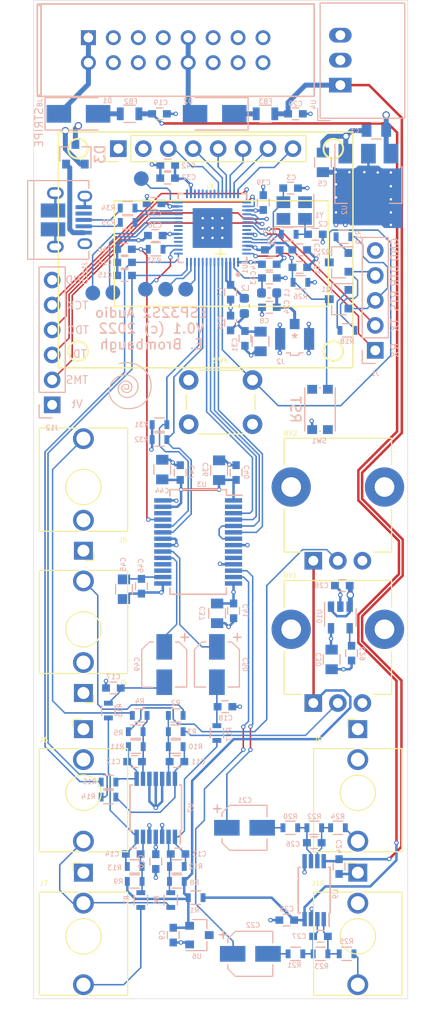
<source format=kicad_pcb>
(kicad_pcb (version 20211014) (generator pcbnew)
  (layers (0 "F.Cu" signal) (1 "In1.Cu" signal) (2 "In2.Cu" signal) (31 "B.Cu" signal) (34 "B.Paste" user) (35 "F.Paste" user) (36 "B.SilkS" user "B.Silkscreen") (37 "F.SilkS" user "F.Silkscreen") (38 "B.Mask" user) (39 "F.Mask" user) (44 "Edge.Cuts" user))
  (net 0 "")
  (net 1 "+5V")
  (net 2 "GND")
  (net 3 "+3V3")
  (net 4 "/NRST")
  (net 5 "-5VA")
  (net 6 "+3.3VA")
  (net 7 "Net-(C11-Pad2)")
  (net 8 "Net-(C11-Pad1)")
  (net 9 "Net-(C12-Pad2)")
  (net 10 "Net-(C12-Pad1)")
  (net 11 "Net-(C13-Pad2)")
  (net 12 "Net-(C13-Pad1)")
  (net 13 "Net-(C14-Pad2)")
  (net 14 "Net-(C14-Pad1)")
  (net 15 "in_r")
  (net 16 "in_l")
  (net 17 "-12V")
  (net 18 "+12V")
  (net 19 "Net-(C26-Pad2)")
  (net 20 "Net-(C26-Pad1)")
  (net 21 "Net-(C27-Pad1)")
  (net 22 "Net-(C27-Pad2)")
  (net 23 "Net-(C29-Pad1)")
  (net 24 "Net-(D1-Pad2)")
  (net 25 "Net-(D1-Pad1)")
  (net 26 "Net-(D2-Pad1)")
  (net 27 "Net-(D2-Pad2)")
  (net 28 "Net-(J4-PadT)")
  (net 29 "Net-(J5-PadT)")
  (net 30 "Net-(J6-PadT)")
  (net 31 "Net-(J7-PadT)")
  (net 32 "Net-(J8-Pad11)")
  (net 33 "Net-(J8-Pad12)")
  (net 34 "Net-(J8-Pad13)")
  (net 35 "Net-(J8-Pad14)")
  (net 36 "Net-(J8-Pad15)")
  (net 37 "Net-(J8-Pad16)")
  (net 38 "Net-(J9-PadTN)")
  (net 39 "Net-(J9-PadT)")
  (net 40 "Net-(J10-PadTN)")
  (net 41 "Net-(J10-PadT)")
  (net 42 "out_r")
  (net 43 "out_l")
  (net 44 "Net-(R3-Pad2)")
  (net 45 "Net-(R5-Pad2)")
  (net 46 "Net-(TP1-Pad1)")
  (net 47 "Net-(TP2-Pad1)")
  (net 48 "Net-(TP3-Pad1)")
  (net 49 "Net-(TP4-Pad1)")
  (net 50 "cv2")
  (net 51 "cv1")
  (net 52 "Net-(C2-Pad1)")
  (net 53 "Net-(C3-Pad1)")
  (net 54 "Net-(C45-Pad1)")
  (net 55 "/FILT_MCLK")
  (net 56 "/UART0_TX")
  (net 57 "/UART0_RX")
  (net 58 "/LCD_BK")
  (net 59 "/LCD_CS")
  (net 60 "/LCD_DC")
  (net 61 "/LCD_NRST")
  (net 62 "/LCD_SDO")
  (net 63 "/LCD_SCLK")
  (net 64 "Net-(J11-Pad4)")
  (net 65 "Net-(J11-Pad3)")
  (net 66 "Net-(J11-Pad2)")
  (net 67 "Net-(R28-Pad2)")
  (net 68 "/I2C_SCL")
  (net 69 "/I2C_SDA")
  (net 70 "/I2S_MCLK")
  (net 71 "/I2S_DO")
  (net 72 "/I2S_DI")
  (net 73 "/I2S_LRCK")
  (net 74 "/I2S_SCLK")
  (net 75 "Net-(U3-Pad26)")
  (net 76 "Net-(U3-Pad18)")
  (net 77 "Net-(U3-Pad17)")
  (net 78 "Net-(U3-Pad10)")
  (net 79 "Net-(U3-Pad9)")
  (net 80 "Net-(U3-Pad2)")
  (net 81 "Net-(C21-Pad2)")
  (net 82 "Net-(C22-Pad2)")
  (net 83 "Net-(C17-Pad1)")
  (net 84 "Net-(C18-Pad1)")
  (net 85 "Net-(U1-Pad34)")
  (net 86 "/VDD_3P3")
  (net 87 "/Ant")
  (net 88 "/LNA_IN")
  (net 89 "/RTS")
  (net 90 "/DTR")
  (net 91 "/TMS")
  (net 92 "/TDI")
  (net 93 "/TDO")
  (net 94 "/TCK")
  (net 95 "Net-(Q1-Pad1)")
  (net 96 "/GPIO0")
  (net 97 "Net-(Q2-Pad1)")
  (net 98 "/USB_DP")
  (net 99 "/USB_DM")
  (net 100 "Net-(U1-Pad29)")
  (net 101 "Net-(U1-Pad31)")
  (net 102 "Net-(U1-Pad32)")
  (net 103 "Net-(U1-Pad33)")
  (net 104 "Net-(U1-Pad35)")
  (net 105 "Net-(U1-Pad36)")
  (net 106 "Net-(U1-Pad21)")
  (net 107 "Net-(U1-Pad22)")
  (net 108 "Net-(U1-Pad50)")
  (net 109 "Net-(U1-Pad55)")
  (net 110 "Net-(U1-Pad18)")
  (net 111 "Net-(U1-Pad19)")
  (net 112 "Net-(TP5-Pad1)")
  (net 113 "Net-(TP6-Pad1)")
  (net 114 "Vbus")
  (net 115 "/Sheet615690D3/Veuro")
  (footprint "footprints:LCD_80x160_0.96" (layer "F.Cu") (at 119.126 76.2)
    (fp_text reference "J3")
    (fp_text value "LCD")
  )
  (footprint "footprints:Jack_3.5mm_QingPu_WQP-PJ398SM_Vertical_CircularHoles" (layer "F.Cu") (at 106.68 114.808 180)
    (fp_text reference "J4")
    (fp_text value "AudioJack2_SwitchT")
  )
  (footprint "footprints:Jack_3.5mm_QingPu_WQP-PJ398SM_Vertical_CircularHoles" (layer "F.Cu") (at 106.68 100.33 180)
    (fp_text reference "J5")
    (fp_text value "AudioJack2_SwitchT")
  )
  (footprint "footprints:Jack_3.5mm_QingPu_WQP-PJ398SM_Vertical_CircularHoles" (layer "F.Cu") (at 106.68 131.445)
    (fp_text reference "J6")
    (fp_text value "AudioJack2_SwitchT")
  )
  (footprint "footprints:Jack_3.5mm_QingPu_WQP-PJ398SM_Vertical_CircularHoles" (layer "F.Cu") (at 106.68 146.05)
    (fp_text reference "J7")
    (fp_text value "AudioJack2_SwitchT")
  )
  (footprint "footprints:Jack_3.5mm_QingPu_WQP-PJ398SM_Vertical_CircularHoles" (layer "F.Cu") (at 134.62 131.445)
    (fp_text reference "J9")
    (fp_text value "AudioJack2_SwitchT")
  )
  (footprint "footprints:Jack_3.5mm_QingPu_WQP-PJ398SM_Vertical_CircularHoles" (layer "F.Cu") (at 134.62 146.05)
    (fp_text reference "J10")
    (fp_text value "AudioJack2_SwitchT")
  )
  (footprint "footprints:Potentiometer_TT_P0915N" (layer "F.Cu") (at 132.588 114.808)
    (fp_text reference "RV1")
    (fp_text value "10k")
  )
  (footprint "footprints:Potentiometer_TT_P0915N" (layer "F.Cu") (at 132.588 100.33)
    (fp_text reference "RV2")
    (fp_text value "10k")
  )
  (footprint "footprints:SW_PUSH_6mm_Center" (layer "F.Cu") (at 120.65 91.694)
    (fp_text reference "SW4")
    (fp_text value "SW_Push")
  )
  (footprint "Capacitors_SMD:C_0603" (layer "B.Cu") (at 125.9085 76.2)
    (fp_text reference "C6")
    (fp_text value "1uf")
  )
  (footprint "Capacitors_SMD:C_0603" (layer "B.Cu") (at 121.666 80.506 -90)
    (fp_text reference "C7")
    (fp_text value "0.1uf")
  )
  (footprint "Capacitors_SMD:C_0603" (layer "B.Cu") (at 115.2525 68.8975 180)
    (fp_text reference "C32")
    (fp_text value "0.1uf")
  )
  (footprint "Capacitors_SMD:C_0603" (layer "B.Cu") (at 113.86636 71.48068 180)
    (fp_text reference "C33")
    (fp_text value "0.1uf")
  )
  (footprint "Capacitors_SMD:C_0805" (layer "B.Cu") (at 120.4976 98.6188 90)
    (fp_text reference "C36")
    (fp_text value "10uf")
  )
  (footprint "Capacitors_SMD:C_0805" (layer "B.Cu") (at 120.2944 113.1824 -90)
    (fp_text reference "C37")
    (fp_text value "10uf")
  )
  (footprint "Capacitors_SMD:C_0603" (layer "B.Cu") (at 113.9945 74.7395 180)
    (fp_text reference "C38")
    (fp_text value "0.1uf")
  )
  (footprint "Capacitors_SMD:C_0603" (layer "B.Cu") (at 124.9934 71.386 90)
    (fp_text reference "C39")
    (fp_text value "0.1uf")
  )
  (footprint "Capacitors_SMD:C_0603" (layer "B.Cu") (at 122.2248 98.8568 90)
    (fp_text reference "C40")
    (fp_text value "0.1uf")
  )
  (footprint "Capacitors_SMD:C_0603" (layer "B.Cu") (at 121.9708 112.9284 -90)
    (fp_text reference "C41")
    (fp_text value "0.1uf")
  )
  (footprint "Capacitors_SMD:C_0805" (layer "B.Cu") (at 114.7064 98.552 -90)
    (fp_text reference "C44")
    (fp_text value "10uf")
  )
  (footprint "Capacitors_SMD:C_0805" (layer "B.Cu") (at 110.8075 110.728 -90)
    (fp_text reference "C45")
    (fp_text value "10uf")
  )
  (footprint "Capacitors_SMD:C_0603" (layer "B.Cu") (at 112.5855 110.4265 -90)
    (fp_text reference "C46")
    (fp_text value "0.1uf")
  )
  (footprint "Capacitors_SMD:C_0603" (layer "B.Cu") (at 116.5352 98.8568 -90)
    (fp_text reference "C47")
    (fp_text value "0.1uf")
  )
  (footprint "Capacitors_SMD:C_0603" (layer "B.Cu") (at 110.859 76.1365 180)
    (fp_text reference "C48")
    (fp_text value "330pf")
  )
  (footprint "footprints:USB_Micro-B_10103594-0001LF_actual_outline" (layer "B.Cu") (at 105.2012 73.152 90)
    (fp_text reference "J11")
    (fp_text value "USB_B_Micro")
  )
  (footprint "Resistors_SMD:R_0603" (layer "B.Cu") (at 114.427 93.98)
    (fp_text reference "R31")
    (fp_text value "4.7k")
  )
  (footprint "Resistors_SMD:R_0603" (layer "B.Cu") (at 114.427 95.504)
    (fp_text reference "R32")
    (fp_text value "4.7k")
  )
  (footprint "Resistors_SMD:R_0603" (layer "B.Cu") (at 114.034 76.1365 180)
    (fp_text reference "R33")
    (fp_text value "49")
  )
  (footprint "Resistors_SMD:R_0603" (layer "B.Cu") (at 111.1765 71.9455 180)
    (fp_text reference "R34")
    (fp_text value "27.5")
  )
  (footprint "Resistors_SMD:R_0603" (layer "B.Cu") (at 111.1885 73.406 180)
    (fp_text reference "R35")
    (fp_text value "27.5")
  )
  (footprint "Buttons_Switches_SMD:SW_SPST_KMR2" (layer "B.Cu") (at 130.772 92.438 90)
    (fp_text reference "SW1")
    (fp_text value "SW_Push")
  )
  (footprint "Measurement_Points:Measurement_Point_Round-SMD-Pad_Small" (layer "B.Cu") (at 109.6772 80.54848)
    (fp_text reference "TP1" hide)
    (fp_text value "TestPoint")
  )
  (footprint "Measurement_Points:Measurement_Point_Round-SMD-Pad_Small" (layer "B.Cu") (at 107.63504 80.5942)
    (fp_text reference "TP2" hide)
    (fp_text value "TestPoint")
  )
  (footprint "Measurement_Points:Measurement_Point_Round-SMD-Pad_Small" (layer "B.Cu") (at 117.094 80.2005)
    (fp_text reference "TP3" hide)
    (fp_text value "TestPoint")
  )
  (footprint "Housings_SSOP:SSOP-28_5.3x10.2mm_Pitch0.65mm" (layer "B.Cu") (at 118.364 105.918 180)
    (fp_text reference "U3")
    (fp_text value "WM8731")
  )
  (footprint "Capacitors_SMD:C_0805" (layer "B.Cu") (at 136.509 64.0715 180)
    (fp_text reference "C1")
    (fp_text value "10uf")
  )
  (footprint "Capacitors_SMD:C_0805" (layer "B.Cu") (at 131.064 67.294 90)
    (fp_text reference "C5")
    (fp_text value "10uf")
  )
  (footprint "Capacitors_SMD:C_0603" (layer "B.Cu") (at 115.824 145.923 -90)
    (fp_text reference "C9")
    (fp_text value "0.1uf")
  )
  (footprint "Capacitors_SMD:C_0603" (layer "B.Cu") (at 114.046 138.442 -90)
    (fp_text reference "C10")
    (fp_text value "0.1uf")
  )
  (footprint "Capacitors_SMD:C_0603" (layer "B.Cu") (at 116.205 128.27 180)
    (fp_text reference "C11")
    (fp_text value "330pf")
  )
  (footprint "Capacitors_SMD:C_0603" (layer "B.Cu") (at 111.887 128.27)
    (fp_text reference "C12")
    (fp_text value "330pf")
  )
  (footprint "Capacitors_SMD:C_0603" (layer "B.Cu") (at 111.748 137.668)
    (fp_text reference "C14")
    (fp_text value "330pf")
  )
  (footprint "Capacitors_SMD:C_0603" (layer "B.Cu") (at 110.871 77.47 180)
    (fp_text reference "C16")
    (fp_text value "0.01uf")
  )
  (footprint "Capacitors_SMD:C_0603" (layer "B.Cu") (at 109.728 120.777 180)
    (fp_text reference "C17")
    (fp_text value "220pf")
  )
  (footprint "Capacitors_SMD:C_0603" (layer "B.Cu") (at 121.0938 122.682)
    (fp_text reference "C18")
    (fp_text value "220pf")
  )
  (footprint "Capacitors_SMD:C_0603" (layer "B.Cu") (at 114.427 62.357)
    (fp_text reference "C19")
    (fp_text value "1uf")
  )
  (footprint "Capacitors_SMD:C_0603" (layer "B.Cu") (at 128.27 62.357)
    (fp_text reference "C20")
    (fp_text value "1uf")
  )
  (footprint "Capacitors_SMD:C_0603" (layer "B.Cu") (at 132.715 138.95 -90)
    (fp_text reference "C24")
    (fp_text value "0.1uf")
  )
  (footprint "Capacitors_SMD:C_0603" (layer "B.Cu") (at 127.381 144.399)
    (fp_text reference "C25")
    (fp_text value "0.1uf")
  )
  (footprint "Capacitors_SMD:C_0603" (layer "B.Cu") (at 130.187 136.525)
    (fp_text reference "C26")
    (fp_text value "68pf")
  )
  (footprint "Capacitors_SMD:C_0603" (layer "B.Cu") (at 130.822 146.05)
    (fp_text reference "C27")
    (fp_text value "68pf")
  )
  (footprint "Capacitors_SMD:C_0603" (layer "B.Cu") (at 133.0445 110.363 180)
    (fp_text reference "C28")
    (fp_text value "1uf")
  )
  (footprint "Capacitors_SMD:C_0805" (layer "B.Cu") (at 131.953 117.872 -90)
    (fp_text reference "C30")
    (fp_text value "10uf")
  )
  (footprint "Diodes_SMD:D_SMA" (layer "B.Cu") (at 106.172 62.357)
    (fp_text reference "D1")
    (fp_text value "D")
  )
  (footprint "Resistors_SMD:R_0805" (layer "B.Cu") (at 111.379 62.357 180)
    (fp_text reference "FB2")
    (fp_text value "220")
  )
  (footprint "Resistors_SMD:R_0805" (layer "B.Cu") (at 125.222 62.357 180)
    (fp_text reference "FB3")
    (fp_text value "220")
  )
  (footprint "footprints:5103308-3" (layer "B.Cu") (at 107.188 54.61)
    (fp_text reference "J8")
    (fp_text value "Conn_02x08_Odd_Even" hide)
  )
  (footprint "Resistors_SMD:R_0603" (layer "B.Cu") (at 118.11 142.113)
    (fp_text reference "R1")
    (fp_text value "1.5k")
  )
  (footprint "Resistors_SMD:R_0603" (layer "B.Cu") (at 116.078 123.571)
    (fp_text reference "R2")
    (fp_text value "100k")
  )
  (footprint "Resistors_SMD:R_0603" (layer "B.Cu") (at 116.078 125.222)
    (fp_text reference "R3")
    (fp_text value "49.9k")
  )
  (footprint "Resistors_SMD:R_0603" (layer "B.Cu") (at 112.407 123.571 180)
    (fp_text reference "R4")
    (fp_text value "100k")
  )
  (footprint "Resistors_SMD:R_0603" (layer "B.Cu") (at 112.002 125.222 180)
    (fp_text reference "R5")
    (fp_text value "49.9k")
  )
  (footprint "Resistors_SMD:R_0603" (layer "B.Cu") (at 115.57 142.355 -90)
    (fp_text reference "R6")
    (fp_text value "100k")
  )
  (footprint "Resistors_SMD:R_0603" (layer "B.Cu") (at 112.522 142.355 -90)
    (fp_text reference "R7")
    (fp_text value "100k")
  )
  (footprint "Resistors_SMD:R_0603" (layer "B.Cu") (at 116.193 140.462 180)
    (fp_text reference "R8")
    (fp_text value "60.4k")
  )
  (footprint "Resistors_SMD:R_0603" (layer "B.Cu") (at 111.899 140.462)
    (fp_text reference "R9")
    (fp_text value "60.4k")
  )
  (footprint "Resistors_SMD:R_0603" (layer "B.Cu") (at 116.078 126.746 180)
    (fp_text reference "R10")
    (fp_text value "33k")
  )
  (footprint "Resistors_SMD:R_0603" (layer "B.Cu") (at 112.014 126.746)
    (fp_text reference "R11")
    (fp_text value "33k")
  )
  (footprint "Resistors_SMD:R_0603" (layer "B.Cu") (at 116.193 138.938 180)
    (fp_text reference "R12")
    (fp_text value "20k")
  )
  (footprint "Resistors_SMD:R_0603" (layer "B.Cu") (at 111.899 138.938)
    (fp_text reference "R13")
    (fp_text value "20k")
  )
  (footprint "Resistors_SMD:R_0603" (layer "B.Cu") (at 109.232 131.8768)
    (fp_text reference "R14")
    (fp_text value "180")
  )
  (footprint "Resistors_SMD:R_0603" (layer "B.Cu") (at 109.22 123.075 -90)
    (fp_text reference "R16")
    (fp_text value "100")
  )
  (footprint "Resistors_SMD:R_0603" (layer "B.Cu") (at 120.269 125.361 -90)
    (fp_text reference "R17")
    (fp_text value "100")
  )
  (footprint "Resistors_SMD:R_0603" (layer "B.Cu") (at 127.75 135.001 180)
    (fp_text reference "R20")
    (fp_text value "20k")
  )
  (footprint "Resistors_SMD:R_0603" (layer "B.Cu") (at 128.27 147.828 180)
    (fp_text reference "R21")
    (fp_text value "20k")
  )
  (footprint "Resistors_SMD:R_0603" (layer "B.Cu") (at 130.187 135.001 180)
    (fp_text reference "R22")
    (fp_text value "100k")
  )
  (footprint "Resistors_SMD:R_0603" (layer "B.Cu") (at 130.822 147.828 180)
    (fp_text reference "R23")
    (fp_text value "100k")
  )
  (footprint "Resistors_SMD:R_0603" (layer "B.Cu") (at 132.6 135.001 180)
    (fp_text reference "R24")
    (fp_text value "100")
  )
  (footprint "Resistors_SMD:R_0603" (layer "B.Cu") (at 133.477 147.828 180)
    (fp_text reference "R25")
    (fp_text value "100")
  )
  (footprint "Package_TO_SOT_SMD:SOT-23" (layer "B.Cu") (at 118.491 145.923)
    (fp_text reference "U6")
    (fp_text value "LM4040DBZ-5")
  )
  (footprint "Housings_SSOP:TSSOP-14_4.4x5mm_Pitch0.65mm" (layer "B.Cu") (at 114.046 132.969 90)
    (fp_text reference "U7")
    (fp_text value "MCP6004")
  )
  (footprint "Housings_SSOP:TSSOP-8_4.4x3mm_Pitch0.65mm" (layer "B.Cu") (at 130.175 141.351 90)
    (fp_text reference "U9")
    (fp_text value "TL072PW")
  )
  (footprint "TO_SOT_Packages_SMD:SOT-23-5" (layer "B.Cu") (at 132.842 113.6015 -90)
    (fp_text reference "U10")
    (fp_text value "LP2985-3.3")
  )
  (footprint "Capacitors_SMD:CP_Elec_4x5.3" (layer "B.Cu") (at 123.085 135.001)
    (fp_text reference "C21")
    (fp_text value "1uf")
  )
  (footprint "Capacitors_SMD:CP_Elec_4x5.3" (layer "B.Cu") (at 123.676 147.828)
    (fp_text reference "C22")
    (fp_text value "1uf")
  )
  (footprint "Capacitors_SMD:CP_Elec_4x5.3" (layer "B.Cu") (at 114.9096 118.3928 -90)
    (fp_text reference "C49")
    (fp_text value "1uf")
  )
  (footprint "Capacitors_SMD:CP_Elec_4x5.3" (layer "B.Cu") (at 120.269 118.3928 -90)
    (fp_text reference "C50")
    (fp_text value "1uf")
  )
  (footprint "Capacitors_SMD:C_0603" (layer "B.Cu") (at 116.32 137.668 180)
    (fp_text reference "C13")
    (fp_text value "330pf")
  )
  (footprint "Capacitors_SMD:C_0603" (layer "B.Cu") (at 110.871 78.8035 180)
    (fp_text reference "C15")
    (fp_text value "0.01uf")
  )
  (footprint "Resistors_SMD:R_0603" (layer "B.Cu") (at 109.232 130.3528)
    (fp_text reference "R15")
    (fp_text value "180")
  )
  (footprint "Capacitors_SMD:C_0603" (layer "B.Cu") (at 115.2645 67.564 180)
    (fp_text reference "C42")
    (fp_text value "1uf")
  )
  (footprint "Capacitors_SMD:C_0603" (layer "B.Cu") (at 133.985 117.233 -90)
    (fp_text reference "C29")
    (fp_text value "0.01uf")
  )
  (footprint "Measurement_Points:Measurement_Point_Round-SMD-Pad_Small" (layer "B.Cu") (at 115.05184 80.20304)
    (fp_text reference "TP4" hide)
    (fp_text value "TestPoint")
  )
  (footprint "Capacitors_SMD:C_0805" (layer "B.Cu") (at 124.714 85.5185 -90)
    (fp_text reference "C8")
    (fp_text value "10uf")
  )
  (footprint "Capacitors_SMD:C_0603" (layer "B.Cu") (at 123.1265 85.205 -90)
    (fp_text reference "C31")
    (fp_text value "1uf")
  )
  (footprint "Capacitors_SMD:C_0603" (layer "B.Cu") (at 121.666 83.6415 90)
    (fp_text reference "C35")
    (fp_text value "0.1uf")
  )
  (footprint "Capacitors_SMD:C_0603" (layer "B.Cu") (at 125.615 79.0575)
    (fp_text reference "C43")
    (fp_text value "0.1uf")
  )
  (footprint "Capacitors_SMD:C_0603" (layer "B.Cu") (at 128.7145 77.978)
    (fp_text reference "C51")
    (fp_text value "0.1uf")
  )
  (footprint "Capacitors_SMD:C_0603" (layer "B.Cu") (at 128.7025 76.2)
    (fp_text reference "C52")
    (fp_text value "100pf")
  )
  (footprint "Pin_Headers:Pin_Header_Straight_1x05_Pitch2.54mm" (layer "B.Cu") (at 136.398 86.4235)
    (fp_text reference "J1")
    (fp_text value "Serial")
  )
  (footprint "Capacitor_SMD:C_0603_1608Metric" (layer "B.Cu") (at 125.59 80.5815 180)
    (fp_text reference "L1")
    (fp_text value "2nH")
  )
  (footprint "Capacitor_SMD:C_0603_1608Metric" (layer "B.Cu") (at 123.063 81.902 90)
    (fp_text reference "L2")
    (fp_text value "2nH")
  )
  (footprint "TO_SOT_Packages_SMD:SOT-23" (layer "B.Cu") (at 132.715 81.2165 180)
    (fp_text reference "Q1")
    (fp_text value "MMBT3904")
  )
  (footprint "TO_SOT_Packages_SMD:SOT-23" (layer "B.Cu") (at 132.715 77.47 180)
    (fp_text reference "Q2")
    (fp_text value "MMBT3904")
  )
  (footprint "Resistors_SMD:R_0603" (layer "B.Cu") (at 133.1595 74.8665 180)
    (fp_text reference "R19")
    (fp_text value "10k")
  )
  (footprint "Resistors_SMD:R_0603" (layer "B.Cu") (at 128.778 79.502)
    (fp_text reference "R26")
    (fp_text value "10k")
  )
  (footprint "Package_TO_SOT_SMD:SOT-223-3_TabPin2" (layer "B.Cu") (at 135.6995 69.5575 -90)
    (fp_text reference "U2")
    (fp_text value "LD1117S33TR_SOT223")
  )
  (footprint "Converter_DCDC:Converter_DCDC_RECOM_R-78E-0.5_THT" (layer "B.Cu") (at 132.842 59.436 90)
    (fp_text reference "U4")
    (fp_text value "R-78E5.0-0.5")
  )
  (footprint "Resistors_SMD:R_0603" (layer "B.Cu") (at 127.5842 74.6125 180)
    (fp_text reference "R28")
    (fp_text value "1k")
  )
  (footprint "Capacitors_SMD:C_0603" (layer "B.Cu") (at 130.302 74.6125)
    (fp_text reference "C2")
    (fp_text value "27pf")
  )
  (footprint "Crystals:Crystal_SMD_3225-4pin_3.2x2.5mm" (layer "B.Cu") (at 128.143 72.1995 180)
    (fp_text reference "Y1")
    (fp_text value "Crystal_4pin_SMD")
  )
  (footprint "Diodes_SMD:D_SMA" (layer "B.Cu") (at 120.047 62.357 180)
    (fp_text reference "D2")
    (fp_text value "D")
  )
  (footprint "Capacitors_SMD:C_0603" (layer "B.Cu") (at 125.603 77.6605)
    (fp_text reference "C4")
    (fp_text value "0.1uf")
  )
  (footprint "Capacitors_SMD:C_0603" (layer "B.Cu") (at 127.774 69.9135)
    (fp_text reference "C3")
    (fp_text value "27pf")
  )
  (footprint "Resistors_SMD:R_0603" (layer "B.Cu") (at 133.5525 84.3915 180)
    (fp_text reference "R18")
    (fp_text value "10k")
  )
  (footprint "footprints:Espressif_Systems-ESP32-S2-IPC_A" (layer "B.Cu") (at 119.8245 73.9775 90)
    (fp_text reference "U1")
    (fp_text value "ESP32-S2" hide)
  )
  (footprint "Capacitors_SMD:C_0603" (layer "B.Cu") (at 125.615 82.042 180)
    (fp_text reference "C34")
    (fp_text value "0.1uf")
  )
  (footprint "Measurement_Points:Measurement_Point_Round-SMD-Pad_Small" (layer "B.Cu") (at 112.99444 80.20304)
    (fp_text reference "TP5" hide)
    (fp_text value "TestPoint" hide)
  )
  (footprint "Measurement_Points:Measurement_Point_Round-SMD-Pad_Small" (layer "B.Cu") (at 112.5728 68.95084)
    (fp_text reference "TP6" hide)
    (fp_text value "TestPoint")
  )
  (footprint "footprints:CONUFL001-SMD-T" (layer "B.Cu") (at 128.18872 85.25764)
    (fp_text reference "J2")
    (fp_text value "CONN_CONUFL001-SMD-T_LNX")
  )
  (footprint "Pin_Headers:Pin_Header_Straight_1x06_Pitch2.54mm" (layer "B.Cu") (at 103.49484 91.96832)
    (fp_text reference "J12")
    (fp_text value "JTAG")
  )
  (footprint "Package_TO_SOT_SMD:SOT-23" (layer "B.Cu") (at 105.86212 66.4718 90)
    (fp_text reference "D3")
    (fp_text value "BAT54C")
  )
  (footprint "footprints:avatar_small" (layer "B.Cu") (at 110.47476 90.97264 180)
    (fp_text reference "Ref**" hide)
    (fp_text value "Val**" hide)
  )
  (gr_line (start 139.7 50.8) (end 139.7 152.4) (layer "Edge.Cuts") (width 0.05))
  (gr_line (start 139.7 152.4) (end 101.6 152.4) (layer "Edge.Cuts") (width 0.05))
  (gr_line (start 101.6 152.4) (end 101.6 50.8) (layer "Edge.Cuts") (width 0.05))
  (gr_line (start 101.6 50.8) (end 139.7 50.8) (layer "Edge.Cuts") (width 0.05))
  (gr_text "RST" (at 128.27 92.456 270) (layer "B.SilkS") (effects (font (size 1 1)) (justify mirror)))
  (gr_text "STRIPE" (at 102.15372 63.73368 90) (layer "B.SilkS") (effects (font (size 0.8 0.8) (thickness 0.1)) (justify mirror)))
  (gr_text "Vt" (at 106.03484 91.89212) (layer "B.SilkS") (effects (font (size 0.8 0.8) (thickness 0.1)) (justify mirror)))
  (gr_text "ESP32S2 Audio\nV0.1 (c) 2022\nE. Brombaugh" (at 113.6015 84.201) (layer "B.SilkS") (effects (font (size 1 1)) (justify mirror)))
  (gr_text "RX" (at 138.41984 86.43112 90) (layer "B.SilkS") (effects (font (size 0.8 0.8) (thickness 0.1)) (justify mirror)))
  (gr_text "TMS" (at 106.0196 89.4334) (layer "B.SilkS") (effects (font (size 0.8 0.8) (thickness 0.1)) (justify mirror)))
  (gr_text "TCK" (at 106.06532 81.85912) (layer "B.SilkS") (effects (font (size 0.8 0.8) (thickness 0.1)) (justify mirror)))
  (gr_text "TDO" (at 106.11104 84.3534) (layer "B.SilkS") (effects (font (size 0.8 0.8) (thickness 0.1)) (justify mirror)))
  (gr_text "RTS" (at 138.41984 81.39176 90) (layer "B.SilkS") (effects (font (size 0.8 0.8) (thickness 0.1)) (justify mirror)))
  (gr_text "GND" (at 106.045 79.26324) (layer "B.SilkS") (effects (font (size 0.8 0.8) (thickness 0.1)) (justify mirror)))
  (gr_text "TX" (at 138.39952 83.85556 90) (layer "B.SilkS") (effects (font (size 0.8 0.8) (thickness 0.1)) (justify mirror)))
  (gr_text "DTR" (at 138.39444 78.85684 90) (layer "B.SilkS") (effects (font (size 0.8 0.8) (thickness 0.1)) (justify mirror)))
  (gr_text "TDI" (at 106.1212 86.7918) (layer "B.SilkS") (effects (font (size 0.8 0.8) (thickness 0.1)) (justify mirror)))
  (gr_text "GND" (at 138.38936 76.17968 90) (layer "B.SilkS") (effects (font (size 0.8 0.8) (thickness 0.1)) (justify mirror)))
  (via (at 106.159823 63.569103) (size 0.762) (drill 0.508) (layers "F.Cu" "B.Cu") (net 1))
  (via (at 133.858 111.3155) (size 0.762) (drill 0.508) (layers "F.Cu" "B.Cu") (net 1))
  (via (at 137.509 62.47536) (size 0.762) (drill 0.508) (layers "F.Cu" "B.Cu") (net 1))
  (segment (start 137.509 62.47536) (end 137.509 64.0715) (width 0.508) (layer "B.Cu") (net 1))
  (segment (start 137.509 65.917) (end 137.9995 66.4075) (width 0.254) (layer "B.Cu") (net 1))
  (segment (start 132.502798 113.4745) (end 133.4135 113.4745) (width 0.254) (layer "B.Cu") (net 1))
  (segment (start 133.858 111.3155) (end 133.858 112.4355) (width 0.508) (layer "B.Cu") (net 1))
  (segment (start 133.792 113.096) (end 133.792 112.5015) (width 0.254) (layer "B.Cu") (net 1))
  (segment (start 105.86212 63.866806) (end 106.159823 63.569103) (width 0.508) (layer "B.Cu") (net 1))
  (segment (start 131.892 112.863702) (end 132.502798 113.4745) (width 0.254) (layer "B.Cu") (net 1))
  (segment (start 133.4135 113.4745) (end 133.792 113.096) (width 0.254) (layer "B.Cu") (net 1))
  (segment (start 133.858 110.363) (end 133.858 111.3155) (width 0.508) (layer "B.Cu") (net 1))
  (segment (start 105.86212 65.4718) (end 105.86212 63.866806) (width 0.508) (layer "B.Cu") (net 1))
  (segment (start 131.892 112.5015) (end 131.892 112.863702) (width 0.254) (layer "B.Cu") (net 1))
  (segment (start 137.509 64.0715) (end 137.509 65.917) (width 0.508) (layer "B.Cu") (net 1))
  (segment (start 133.858 112.4355) (end 133.792 112.5015) (width 0.254) (layer "B.Cu") (net 1))
  (via (at 119.8245 72.9775) (size 0.4572) (drill 0.254) (layers "F.Cu" "B.Cu") (net 2))
  (via (at 120.8245 72.9775) (size 0.4572) (drill 0.254) (layers "F.Cu" "B.Cu") (net 2))
  (via (at 118.8245 73.9775) (size 0.4572) (drill 0.254) (layers "F.Cu" "B.Cu") (net 2))
  (via (at 119.8245 73.9775) (size 0.4572) (drill 0.254) (layers "F.Cu" "B.Cu") (net 2))
  (via (at 120.8245 73.9775) (size 0.4572) (drill 0.254) (layers "F.Cu" "B.Cu") (net 2))
  (via (at 118.8245 74.9775) (size 0.4572) (drill 0.254) (layers "F.Cu" "B.Cu") (net 2))
  (via (at 119.8245 74.9775) (size 0.4572) (drill 0.254) (layers "F.Cu" "B.Cu") (net 2))
  (via (at 120.8245 74.9775) (size 0.4572) (drill 0.254) (layers "F.Cu" "B.Cu") (net 2))
  (via (at 124.865 82.78) (size 0.4572) (drill 0.254) (layers "F.Cu" "B.Cu") (net 2))
  (via (at 118.8245 72.9775) (size 0.4572) (drill 0.254) (layers "F.Cu" "B.Cu") (net 2))
  (via (at 116.598 146.673) (size 0.4572) (drill 0.254) (layers "F.Cu" "B.Cu") (net 2))
  (via (at 127.254 79.0575) (size 0.4572) (drill 0.254) (layers "F.Cu" "B.Cu") (net 2))
  (via (at 108.978 120.0665) (size 0.4572) (drill 0.254) (layers "F.Cu" "B.Cu") (net 2))
  (via (at 115.7732 97.8408) (size 0.4572) (drill 0.254) (layers "F.Cu" "B.Cu") (net 2))
  (via (at 123.7615 86.9315) (size 0.4572) (drill 0.254) (layers "F.Cu" "B.Cu") (net 2))
  (via (at 129.921 143.256) (size 0.4572) (drill 0.254) (layers "F.Cu" "B.Cu") (net 2))
  (via (at 122.6058 122.682) (size 0.4572) (drill 0.254) (layers "F.Cu" "B.Cu") (net 2))
  (via (at 121.666 82.1055) (size 0.4572) (drill 0.254) (layers "F.Cu" "B.Cu") (net 2))
  (via (at 126.6825 86.6775) (size 0.4572) (drill 0.254) (layers "F.Cu" "B.Cu") (net 2))
  (via (at 129.794 62.357) (size 0.4572) (drill 0.254) (layers "F.Cu" "B.Cu") (net 2))
  (via (at 121.4628 114.554) (size 0.4572) (drill 0.254) (layers "F.Cu" "B.Cu") (net 2))
  (via (at 126.6825 83.82) (size 0.4572) (drill 0.254) (layers "F.Cu" "B.Cu") (net 2))
  (via (at 129.6289 83.7311) (size 0.4572) (drill 0.254) (layers "F.Cu" "B.Cu") (net 2))
  (via (at 127.127 77.0255) (size 0.4572) (drill 0.254) (layers "F.Cu" "B.Cu") (net 2))
  (via (at 133.1595 118.872) (size 0.4572) (drill 0.254) (layers "F.Cu" "B.Cu") (net 2))
  (via (at 116.078 62.357) (size 0.4572) (drill 0.254) (layers "F.Cu" "B.Cu") (net 2))
  (via (at 133.4135 64.643) (size 0.762) (drill 0.508) (layers "F.Cu" "B.Cu") (net 2))
  (via (at 112.29339 75.22211) (size 0.4572) (drill 0.254) (layers "F.Cu" "B.Cu") (net 2))
  (via (at 129.921 93.599) (size 0.4572) (drill 0.254) (layers "F.Cu" "B.Cu") (net 2))
  (via (at 116.1415 101.727) (size 0.4572) (drill 0.254) (layers "F.Cu" "B.Cu") (net 2))
  (via (at 114.046 140.081) (size 0.4572) (drill 0.254) (layers "F.Cu" "B.Cu") (net 2))
  (via (at 116.1415 106.2355) (size 0.4572) (drill 0.254) (layers "F.Cu" "B.Cu") (net 2))
  (via (at 121.539 98.044) (size 0.4572) (drill 0.254) (layers "F.Cu" "B.Cu") (net 2))
  (via (at 130.39852 77.089) (size 0.4572) (drill 0.254) (layers "F.Cu" "B.Cu") (net 2))
  (via (at 113.14684 70.74408) (size 0.4572) (drill 0.254) (layers "F.Cu" "B.Cu") (net 2))
  (via (at 132.842 111.3155) (size 0.4572) (drill 0.254) (layers "F.Cu" "B.Cu") (net 2))
  (via (at 124.98324 69.78904) (size 0.4572) (drill 0.254) (layers "F.Cu" "B.Cu") (net 2))
  (via (at 129.2 139.532) (size 0.4572) (drill 0.254) (layers "F.Cu" "B.Cu") (net 2))
  (via (at 129.6289 86.7029) (size 0.4572) (drill 0.254) (layers "F.Cu" "B.Cu") (net 2))
  (via (at 129.4765 69.9135) (size 0.4572) (drill 0.254) (layers "F.Cu" "B.Cu") (net 2))
  (via (at 131.052 75.426) (size 0.4572) (drill 0.254) (layers "F.Cu" "B.Cu") (net 2))
  (via (at 120.5865 108.1405) (size 0.4572) (drill 0.254) (layers "F.Cu" "B.Cu") (net 2))
  (via (at 125.73 144.399) (size 0.4572) (drill 0.254) (layers "F.Cu" "B.Cu") (net 2))
  (via (at 113.396 134.762) (size 0.4572) (drill 0.254) (layers "F.Cu" "B.Cu") (net 2))
  (via (at 114.696 134.732) (size 0.4572) (drill 0.254) (layers "F.Cu" "B.Cu") (net 2))
  (via (at 113.64468 67.50304) (size 0.4572) (drill 0.254) (layers "F.Cu" "B.Cu") (net 2))
  (via (at 114.6175 111.0615) (size 0.4572) (drill 0.254) (layers "F.Cu" "B.Cu") (net 2))
  (via (at 114.046 132.969) (size 0.4572) (drill 0.254) (layers "F.Cu" "B.Cu") (net 2))
  (segment (start 116.598 146.673) (end 117.291 146.673) (width 0.254) (layer "B.Cu") (net 2))
  (segment (start 133.1595 118.872) (end 133.7945 118.872) (width 0.254) (layer "B.Cu") (net 2))
  (segment (start 132.842 111.3155) (end 132.842 110.9105) (width 0.254) (layer "B.Cu") (net 2))
  (segment (start 112.29339 75.22211) (end 110.51539 75.22211) (width 0.254) (layer "B.Cu") (net 2))
  (segment (start 121.666 82.1055) (end 121.666 81.256) (width 0.254) (layer "B.Cu") (net 2))
  (segment (start 123.7615 86.9315) (end 123.7615 86.9315) (width 0.254) (layer "B.Cu") (net 2))
  (segment (start 106.8212 70.732) (end 106.8212 71.732) (width 0.254) (layer "B.Cu") (net 2))
  (segment (start 131.953 118.872) (end 133.1595 118.872) (width 0.254) (layer "B.Cu") (net 2))
  (segment (start 110.109 77.458) (end 110.121 77.47) (width 0.254) (layer "B.Cu") (net 2))
  (segment (start 114.5145 68.8855) (end 114.5025 68.8975) (width 0.254) (layer "B.Cu") (net 2))
  (segment (start 111.359 111.1765) (end 110.8075 111.728) (width 0.254) (layer "B.Cu") (net 2))
  (segment (start 103.8212 70.422) (end 103.8212 71.952) (width 0.254) (layer "B.Cu") (net 2))
  (segment (start 114.7064 97.552) (end 115.4844 97.552) (width 0.254) (layer "B.Cu") (net 2))
  (segment (start 113.14684 71.4502) (end 113.11636 71.48068) (width 0.254) (layer "B.Cu") (net 2))
  (segment (start 114.764 110.915) (end 114.6175 111.0615) (width 0.254) (layer "B.Cu") (net 2))
  (segment (start 129.4525 76.2) (end 129.700703 76.448203) (width 0.254) (layer "B.Cu") (net 2))
  (segment (start 116.134 106.243) (end 116.1415 106.2355) (width 0.254) (layer "B.Cu") (net 2))
  (segment (start 132.715 139.7) (end 134.49 139.7) (width 0.254) (layer "B.Cu") (net 2))
  (segment (start 131.064 65.2145) (end 131.6355 64.643) (width 0.508) (layer "B.Cu") (net 2))
  (segment (start 124.9934 70.636) (end 124.9934 69.7992) (width 0.254) (layer "B.Cu") (net 2))
  (segment (start 129.921 143.637) (end 129.921 143.256) (width 0.254) (layer "B.Cu") (net 2))
  (segment (start 114.764 106.243) (end 116.134 106.243) (width 0.254) (layer "B.Cu") (net 2))
  (segment (start 123.1265 86.2965) (end 123.1265 85.955) (width 0.254) (layer "B.Cu") (net 2))
  (segment (start 121.8438 122.682) (end 122.6058 122.682) (width 0.254) (layer "B.Cu") (net 2))
  (segment (start 135.509 64.0715) (end 133.985 64.0715) (width 0.508) (layer "B.Cu") (net 2))
  (segment (start 112.5855 111.1765) (end 111.359 111.1765) (width 0.254) (layer "B.Cu") (net 2))
  (segment (start 134.49 139.7) (end 134.62 139.57) (width 0.254) (layer "B.Cu") (net 2))
  (segment (start 114.696 135.919) (end 114.696 134.732) (width 0.254) (layer "B.Cu") (net 2))
  (segment (start 133.3995 66.4075) (end 133.3995 65.645) (width 0.254) (layer "B.Cu") (net 2))
  (segment (start 114.764 105.593) (end 116.007 105.593) (width 0.254) (layer "B.Cu") (net 2))
  (segment (start 116.5352 98.1068) (end 116.0392 98.1068) (width 0.254) (layer "B.Cu") (net 2))
  (segment (start 113.2195 74.7395) (end 112.73689 75.22211) (width 0.254) (layer "B.Cu") (net 2))
  (segment (start 128.524 69.9135) (end 129.4765 69.9135) (width 0.254) (layer "B.Cu") (net 2))
  (segment (start 133.3995 65.645) (end 133.3995 64.657) (width 0.508) (layer "B.Cu") (net 2))
  (segment (start 132.842 112.5015) (end 132.842 111.3155) (width 0.254) (layer "B.Cu") (net 2))
  (segment (start 121.0912 114.1824) (end 121.4628 114.554) (width 0.254) (layer "B.Cu") (net 2))
  (segment (start 120.4976 97.6188) (end 121.1138 97.6188) (width 0.254) (layer "B.Cu") (net 2))
  (segment (start 126.6825 85.217) (end 126.6825 83.82) (width 0.254) (layer "B.Cu") (net 2))
  (segment (start 116.1075 101.693) (end 116.1415 101.727) (width 0.254) (layer "B.Cu") (net 2))
  (segment (start 126.6585 76.557) (end 127.127 77.0255) (width 0.254) (layer "B.Cu") (net 2))
  (segment (start 121.9708 113.6784) (end 121.9708 114.046) (width 0.254) (layer "B.Cu") (net 2))
  (segment (start 114.764 110.143) (end 114.764 110.915) (width 0.254) (layer "B.Cu") (net 2))
  (segment (start 126.6825 85.217) (end 126.6825 86.741) (width 0.254) (layer "B.Cu") (net 2))
  (segment (start 129.2 138.401) (end 129.2 139.532) (width 0.254) (layer "B.Cu") (net 2))
  (segment (start 117.291 146.673) (end 117.491 146.873) (width 0.254) (layer "B.Cu") (net 2))
  (segment (start 129.972 93.65) (end 129.921 93.599) (width 0.254) (layer "B.Cu") (net 2))
  (segment (start 126.492 77.6605) (end 127.127 77.0255) (width 0.254) (layer "B.Cu") (net 2))
  (segment (start 113.396 132.319) (end 114.046 132.969) (width 0.254) (layer "B.Cu") (net 2))
  (segment (start 113.396 130.019) (end 113.396 132.319) (width 0.254) (layer "B.Cu") (net 2))
  (segment (start 116.0392 98.1068) (end 115.7732 97.8408) (width 0.254) (layer "B.Cu") (net 2))
  (segment (start 114.5145 67.564) (end 114.5145 68.8855) (width 0.254) (layer "B.Cu") (net 2))
  (segment (start 120.2944 114.1824) (end 121.0912 114.1824) (width 0.254) (layer "B.Cu") (net 2))
  (segment (start 129.4525 76.2) (end 130.3415 77.089) (width 0.254) (layer "B.Cu") (net 2))
  (segment (start 130.3535 77.089) (end 130.39852 77.089) (width 0.254) (layer "B.Cu") (net 2))
  (segment (start 120.639 108.193) (end 120.5865 108.1405) (width 0.254) (layer "B.Cu") (net 2))
  (segment (start 123.7615 86.9315) (end 123.1265 86.2965) (width 0.254) (layer "B.Cu") (net 2))
  (segment (start 124.1745 86.5185) (end 123.7615 86.9315) (width 0.254) (layer "B.Cu") (net 2))
  (segment (start 114.5145 67.564) (end 113.70564 67.564) (width 0.254) (layer "B.Cu") (net 2))
  (segment (start 129.6289 85.217) (end 129.6289 83.7311) (width 0.254) (layer "B.Cu") (net 2))
  (segment (start 116.078 62.357) (end 115.177 62.357) (width 0.254) (layer "B.Cu") (net 2))
  (segment (start 113.14684 70.74408) (end 113.14684 71.4502) (width 0.254) (layer "B.Cu") (net 2))
  (segment (start 126.353 77.6605) (end 126.492 77.6605) (width 0.254) (layer "B.Cu") (net 2))
  (segment (start 113.2445 74.7395) (end 113.2195 74.7395) (width 0.254) (layer "B.Cu") (net 2))
  (segment (start 114.696 132.319) (end 114.046 132.969) (width 0.254) (layer "B.Cu") (net 2))
  (segment (start 131.064 66.294) (end 131.064 65.2145) (width 0.508) (layer "B.Cu") (net 2))
  (segment (start 129.972 94.488) (end 129.972 93.65) (width 0.254) (layer "B.Cu") (net 2))
  (segment (start 126.631 144.399) (end 125.73 144.399) (width 0.254) (layer "B.Cu") (net 2))
  (segment (start 108.978 120.777) (end 108.978 120.0665) (width 0.254) (layer "B.Cu") (net 2))
  (segment (start 122.2248 98.1068) (end 121.6018 98.1068) (width 0.254) (layer "B.Cu") (net 2))
  (segment (start 124.714 86.5185) (end 124.1745 86.5185) (width 0.254) (layer "B.Cu") (net 2))
  (segment (start 124.865 82.042) (end 124.865 82.78) (width 0.254) (layer "B.Cu") (net 2))
  (segment (start 115.824 146.673) (end 116.598 146.673) (width 0.254) (layer "B.Cu") (net 2))
  (segment (start 133.7945 118.872) (end 133.985 118.6815) (width 0.254) (layer "B.Cu") (net 2))
  (segment (start 129.794 62.357) (end 129.02 62.357) (width 0.254) (layer "B.Cu") (net 2))
  (segment (start 114.696 130.019) (end 114.696 132.319) (width 0.254) (layer "B.Cu") (net 2))
  (segment (start 129.85 144.301) (end 129.85 143.708) (width 0.254) (layer "B.Cu") (net 2))
  (segment (start 133.985 64.0715) (end 133.4135 64.643) (width 0.508) (layer "B.Cu") (net 2))
  (segment (start 110.121 77.47) (end 110.121 78.8035) (width 0.254) (layer "B.Cu") (net 2))
  (segment (start 124.9934 69.7992) (end 124.98324 69.78904) (width 0.254) (layer "B.Cu") (net 2))
  (segment (start 131.052 74.6125) (end 131.052 75.426) (width 0.254) (layer "B.Cu") (net 2))
  (segment (start 110.109 75.6285) (end 110.109 76.1365) (width 0.254) (layer "B.Cu") (net 2))
  (segment (start 126.6585 76.2) (end 126.6585 76.557) (width 0.254) (layer "B.Cu") (net 2))
  (segment (start 103.8212 74.352) (end 103.5812 74.112) (width 0.254) (layer "B.Cu") (net 2))
  (segment (start 131.6355 64.643) (end 133.4135 64.643) (width 0.508) (layer "B.Cu") (net 2))
  (segment (start 121.666 82.8915) (end 121.666 82.1055) (width 0.254) (layer "B.Cu") (net 2))
  (segment (start 126.6825 86.741) (end 126.6825 86.6775) (width 0.254) (layer "B.Cu") (net 2))
  (segment (start 116.1415 105.7275) (end 116.1415 106.2355) (width 0.254) (layer "B.Cu") (net 2))
  (segment (start 133.3995 64.657) (end 133.4135 64.643) (width 0.508) (layer "B.Cu") (net 2))
  (segment (start 126.365 79.0575) (end 127.254 79.0575) (width 0.254) (layer "B.Cu") (net 2))
  (segment (start 103.8212 71.952) (end 103.5812 72.192) (width 0.254) (layer "B.Cu") (net 2))
  (segment (start 110.51539 75.22211) (end 110.109 75.6285) (width 0.254) (layer "B.Cu") (net 2))
  (segment (start 121.6018 98.1068) (end 121.539 98.044) (width 0.254) (layer "B.Cu") (net 2))
  (segment (start 115.4844 97.552) (end 115.7732 97.8408) (width 0.254) (layer "B.Cu") (net 2))
  (segment (start 130.3415 77.089) (end 130.39852 77.089) (width 0.254) (layer "B.Cu") (net 2))
  (segment (start 114.6175 111.0615) (end 112.7005 111.0615) (width 0.254) (layer "B.Cu") (net 2))
  (segment (start 113.396 135.919) (end 113.396 134.762) (width 0.254) (layer "B.Cu") (net 2))
  (segment (start 114.764 101.693) (end 116.1075 101.693) (width 0.254) (layer "B.Cu") (net 2))
  (segment (start 121.964 108.193) (end 120.639 108.193) (width 0.254) (layer "B.Cu") (net 2))
  (segment (start 116.007 105.593) (end 116.1415 105.7275) (width 0.254) (layer "B.Cu") (net 2))
  (segment (start 103.8212 75.882) (end 103.8212 74.352) (width 0.254) (layer "B.Cu") (net 2))
  (segment (start 133.985 118.6815) (end 133.985 117.983) (width 0.254) (layer "B.Cu") (net 2))
  (segment (start 114.046 130.019) (end 114.046 132.969) (width 0.254) (layer "B.Cu") (net 2))
  (segment (start 112.73689 75.22211) (end 112.29339 75.22211) (width 0.254) (layer "B.Cu") (net 2))
  (segment (start 114.046 140.081) (end 114.046 139.192) (width 0.254) (layer "B.Cu") (net 2))
  (segment (start 132.842 110.9105) (end 132.2945 110.363) (width 0.254) (layer "B.Cu") (net 2))
  (segment (start 129.6289 85.217) (end 129.6289 86.7029) (width 0.254) (layer "B.Cu") (net 2))
  (segment (start 110.109 76.1365) (end 110.109 77.458) (width 0.254) (layer "B.Cu") (net 2))
  (segment (start 121.9708 114.046) (end 121.4628 114.554) (width 0.254) (layer "B.Cu") (net 2))
  (segment (start 129.85 143.708) (end 129.921 143.637) (width 0.254) (layer "B.Cu") (net 2))
  (segment (start 121.1138 97.6188) (end 121.539 98.044) (width 0.254) (layer "B.Cu") (net 2))
  (segment (start 112.7005 111.0615) (end 112.5855 111.1765) (width 0.254) (layer "B.Cu") (net 2))
  (segment (start 113.70564 67.564) (end 113.64468 67.50304) (width 0.254) (layer "B.Cu") (net 2))
  (segment (start 106.8212 71.732) (end 106.7012 71.852) (width 0.254) (layer "B.Cu") (net 2))
  (segment (start 129.4645 77.978) (end 130.3535 77.089) (width 0.254) (layer "B.Cu") (net 2))
  (segment (start 116.624101 100.596699) (end 120.484901 100.596699) (width 0.254) (layer "F.Cu") (net 3))
  (via (at 136.652 68.326) (size 0.4572) (drill 0.254) (layers "F.Cu" "B.Cu") (net 3))
  (via (at 132.3975 69.5325) (size 0.4572) (drill 0.254) (layers "F.Cu" "B.Cu") (net 3))
  (via (at 113.6015 96.52) (size 0.4572) (drill 0.254) (layers "F.Cu" "B.Cu") (net 3))
  (via (at 137.9855 69.723) (size 0.4572) (drill 0.254) (layers "F.Cu" "B.Cu") (net 3))
  (via (at 133.763 68.294) (size 0.4572) (drill 0.254) (layers "F.Cu" "B.Cu") (net 3))
  (via (at 135.287 68.294) (size 0.4572) (drill 0.254) (layers "F.Cu" "B.Cu") (net 3))
  (via (at 124.17425 75.97775) (size 0.4572) (drill 0.254) (layers "F.Cu" "B.Cu") (net 3))
  (via (at 130.2385 79.502) (size 0.4572) (drill 0.254) (layers "F.Cu" "B.Cu") (net 3))
  (via (at 137.9855 71.0565) (size 0.4572) (drill 0.254) (layers "F.Cu" "B.Cu") (net 3))
  (via (at 116.624101 100.596699) (size 0.4572) (drill 0.254) (layers "F.Cu" "B.Cu") (net 3))
  (via (at 132.3975 70.866) (size 0.4572) (drill 0.254) (layers "F.Cu" "B.Cu") (net 3))
  (via (at 137.9855 72.39) (size 0.4572) (drill 0.254) (layers "F.Cu" "B.Cu") (net 3))
  (via (at 124.172082 74.690996) (size 0.4572) (drill 0.254) (layers "F.Cu" "B.Cu") (net 3))
  (via (at 115.484 71.7775) (size 0.4572) (drill 0.254) (layers "F.Cu" "B.Cu") (net 3))
  (via (at 115.478 74.5775) (size 0.4572) (drill 0.254) (layers "F.Cu" "B.Cu") (net 3))
  (via (at 132.3975 72.39) (size 0.4572) (drill 0.254) (layers "F.Cu" "B.Cu") (net 3))
  (via (at 120.484901 100.596699) (size 0.4572) (drill 0.254) (layers "F.Cu" "B.Cu") (net 3))
  (via (at 117.6245 69.5995) (size 0.4572) (drill 0.254) (layers "F.Cu" "B.Cu") (net 3))
  (via (at 124.206 72.1995) (size 0.4572) (drill 0.254) (layers "F.Cu" "B.Cu") (net 3))
  (via (at 132.366 68.294) (size 0.4572) (drill 0.254) (layers "F.Cu" "B.Cu") (net 3))
  (via (at 137.9855 68.326) (size 0.4572) (drill 0.254) (layers "F.Cu" "B.Cu") (net 3))
  (via (at 132.3975 73.66) (size 0.4572) (drill 0.254) (layers "F.Cu" "B.Cu") (net 3))
  (via (at 123.713351 77.454649) (size 0.4572) (drill 0.254) (layers "F.Cu" "B.Cu") (net 3))
  (via (at 137.9855 73.66) (size 0.4572) (drill 0.254) (layers "F.Cu" "B.Cu") (net 3))
  (via (at 133.35 73.66) (size 0.4572) (drill 0.254) (layers "F.Cu" "B.Cu") (net 3))
  (via (at 122.33275 83.72475) (size 0.4572) (drill 0.254) (layers "F.Cu" "B.Cu") (net 3))
  (segment (start 116.624101 100.596699) (end 116.624101 99.695701) (width 0.254) (layer "B.Cu") (net 3))
  (segment (start 115.478 74.5775) (end 114.9065 74.5775) (width 0.254) (layer "B.Cu") (net 3))
  (segment (start 122.33275 83.72475) (end 121.666 84.3915) (width 0.254) (layer "B.Cu") (net 3))
  (segment (start 123.713351 77.454649) (end 124.647149 77.454649) (width 0.254) (layer "B.Cu") (net 3))
  (segment (start 132.366 68.294) (end 133.763 68.294) (width 0.254) (layer "B.Cu") (net 3))
  (segment (start 135.287 68.294) (end 135.6045 68.294) (width 0.254) (layer "B.Cu") (net 3))
  (segment (start 133.763 68.294) (end 135.287 68.294) (width 0.254) (layer "B.Cu") (net 3))
  (segment (start 124.17425 75.97775) (end 124.3965 76.2) (width 0.254) (layer "B.Cu") (net 3))
  (segment (start 116.347351 71.7775) (end 115.484 71.7775) (width 0.254) (layer "B.Cu") (net 3))
  (segment (start 127.254 75.5015) (end 126.1745 75.5015) (width 0.254) (layer "B.Cu") (net 3))
  (segment (start 116.347351 74.5775) (end 115.478 74.5775) (width 0.254) (layer "B.Cu") (net 3))
  (segment (start 116.0025 68.8975) (end 116.0025 67.576) (width 0.254) (layer "B.Cu") (net 3))
  (segment (start 116.624101 99.695701) (end 116.5352 99.6068) (width 0.254) (layer "B.Cu") (net 3))
  (segment (start 131.064 68.294) (end 132.366 68.294) (width 0.508) (layer "B.Cu") (net 3))
  (segment (start 115.484 71.7775) (end 115.484 71.7325) (width 0.254) (layer "B.Cu") (net 3))
  (segment (start 116.986 68.961) (end 116.066 68.961) (width 0.254) (layer "B.Cu") (net 3))
  (segment (start 123.1265 84.455) (end 123.063 84.455) (width 0.254) (layer "B.Cu") (net 3))
  (segment (start 120.484901 99.631499) (end 120.4976 99.6188) (width 0.254) (layer "B.Cu") (net 3))
  (segment (start 123.820101 75.801852) (end 123.995999 75.97775) (width 0.254) (layer "B.Cu") (net 3))
  (segment (start 116.23975 102.343) (end 116.624101 101.958649) (width 0.254) (layer "B.Cu") (net 3))
  (segment (start 124.206 72.1995) (end 124.9299 72.1995) (width 0.254) (layer "B.Cu") (net 3))
  (segment (start 124.184 72.1775) (end 124.206 72.1995) (width 0.254) (layer "B.Cu") (net 3))
  (segment (start 123.063 84.455) (end 122.33275 83.72475) (width 0.254) (layer "B.Cu") (net 3))
  (segment (start 120.484901 100.596699) (end 120.484901 99.631499) (width 0.254) (layer "B.Cu") (net 3))
  (segment (start 116.5352 99.6068) (end 114.7612 99.6068) (width 0.254) (layer "B.Cu") (net 3))
  (segment (start 124.714 84.5185) (end 123.19 84.5185) (width 0.254) (layer "B.Cu") (net 3))
  (segment (start 114.61636 71.48068) (end 115.18718 71.48068) (width 0.254) (layer "B.Cu") (net 3))
  (segment (start 124.3965 76.2) (end 125.1585 76.2) (width 0.254) (layer "B.Cu") (net 3))
  (segment (start 113.677 95.504) (end 113.677 96.4445) (width 0.254) (layer "B.Cu") (net 3))
  (segment (start 113.677 93.98) (end 113.677 95.504) (width 0.254) (layer "B.Cu") (net 3))
  (segment (start 126.1745 75.5015) (end 125.476 76.2) (width 0.254) (layer "B.Cu") (net 3))
  (segment (start 123.326001 75.801852) (end 123.820101 75.801852) (width 0.254) (layer "B.Cu") (net 3))
  (segment (start 127.9525 76.2) (end 127.254 75.5015) (width 0.254) (layer "B.Cu") (net 3))
  (segment (start 135.6045 68.294) (end 135.6995 68.199) (width 0.254) (layer "B.Cu") (net 3))
  (segment (start 116.066 68.961) (end 116.0025 68.8975) (width 0.254) (layer "B.Cu") (net 3))
  (segment (start 112.776 65.9) (end 112.514798 65.9) (width 0.254) (layer "B.Cu") (net 3))
  (segment (start 114.7612 99.6068) (end 114.7064 99.552) (width 0.254) (layer "B.Cu") (net 3))
  (segment (start 124.058586 74.5775) (end 124.172082 74.690996) (width 0.254) (layer "B.Cu") (net 3))
  (segment (start 124.9299 72.1995) (end 124.9934 72.136) (width 0.254) (layer "B.Cu") (net 3))
  (segment (start 135.6995 66.4075) (end 135.6995 68.199) (width 0.254) (layer "B.Cu") (net 3))
  (segment (start 120.5096 99.6068) (end 120.4976 99.6188) (width 0.254) (layer "B.Cu") (net 3))
  (segment (start 121.964 101.693) (end 121.964 99.8676) (width 0.254) (layer "B.Cu") (net 3))
  (segment (start 117.6245 70.500351) (end 117.6245 69.5995) (width 0.254) (layer "B.Cu") (net 3))
  (segment (start 125.476 76.2) (end 125.1585 76.2) (width 0.254) (layer "B.Cu") (net 3))
  (segment (start 117.6245 69.5995) (end 117.6245 69.5995) (width 0.254) (layer "B.Cu") (net 3))
  (segment (start 124.647149 77.454649) (end 124.853 77.6605) (width 0.254) (layer "B.Cu") (net 3))
  (segment (start 113.677 96.4445) (end 113.6015 96.52) (width 0.254) (layer "B.Cu") (net 3))
  (segment (start 117.6245 69.5995) (end 116.986 68.961) (width 0.254) (layer "B.Cu") (net 3))
  (segment (start 121.964 99.8676) (end 122.2248 99.6068) (width 0.254) (layer "B.Cu") (net 3))
  (segment (start 116.0025 67.576) (end 116.0145 67.564) (width 0.254) (layer "B.Cu") (net 3))
  (segment (start 123.19 84.5185) (end 123.1265 84.455) (width 0.254) (layer "B.Cu") (net 3))
  (segment (start 135.6995 68.199) (end 135.6995 72.7075) (width 0.254) (layer "B.Cu") (net 3))
  (segment (start 114.9065 74.5775) (end 114.7445 74.7395) (width 0.254) (layer "B.Cu") (net 3))
  (segment (start 123.301649 74.5775) (end 124.058586 74.5775) (width 0.254) (layer "B.Cu") (net 3))
  (segment (start 122.2248 99.6068) (end 120.5096 99.6068) (width 0.254) (layer "B.Cu") (net 3))
  (segment (start 123.301649 75.7775) (end 123.326001 75.801852) (width 0.254) (layer "B.Cu") (net 3))
  (segment (start 114.764 102.343) (end 116.23975 102.343) (width 0.254) (layer "B.Cu") (net 3))
  (segment (start 129.528 79.502) (end 130.2385 79.502) (width 0.254) (layer "B.Cu") (net 3))
  (segment (start 115.18718 71.48068) (end 115.484 71.7775) (width 0.254) (layer "B.Cu") (net 3))
  (segment (start 123.995999 75.97775) (end 124.17425 75.97775) (width 0.254) (layer "B.Cu") (net 3))
  (segment (start 116.624101 101.958649) (end 116.624101 100.596699) (width 0.254) (layer "B.Cu") (net 3))
  (segment (start 123.063 82.677) (end 123.063 82.9945) (width 0.254) (layer "B.Cu") (net 3))
  (segment (start 122.4245 77.454649) (end 123.713351 77.454649) (width 0.254) (layer "B.Cu") (net 3))
  (segment (start 123.301649 72.1775) (end 124.184 72.1775) (width 0.254) (layer "B.Cu") (net 3))
  (segment (start 123.063 82.9945) (end 122.33275 83.72475) (width 0.254) (layer "B.Cu") (net 3))
  (segment (start 126.758701 76.568299) (end 127.431799 76.568299) (width 0.1524) (layer "F.Cu") (net 4))
  (segment (start 127.431799 76.568299) (end 127.889 77.0255) (width 0.1524) (layer "F.Cu") (net 4))
  (segment (start 126.492 76.835) (end 126.758701 76.568299) (width 0.1524) (layer "F.Cu") (net 4))
  (segment (start 124.206 76.835) (end 126.492 76.835) (width 0.1524) (layer "F.Cu") (net 4))
  (via (at 127.889 77.0255) (size 0.4572) (drill 0.254) (layers "F.Cu" "B.Cu") (net 4))
  (via (at 124.206 76.835) (size 0.4572) (drill 0.254) (layers "F.Cu" "B.Cu") (net 4))
  (segment (start 131.715 81.2165) (end 129.921 81.2165) (width 0.1524) (layer "B.Cu") (net 4))
  (segment (start 127.9645 77.978) (end 127.9645 79.4385) (width 0.1524) (layer "B.Cu") (net 4))
  (segment (start 131.445 81.4865) (end 131.715 81.2165) (width 0.1524) (layer "B.Cu") (net 4))
  (segment (start 129.921 81.2165) (end 129.794 81.0895) (width 0.1524) (layer "B.Cu") (net 4))
  (segment (start 123.301649 76.5775) (end 123.9485 76.5775) (width 0.1524) (layer "B.Cu") (net 4))
  (segment (start 131.445 82.7405) (end 131.445 81.4865) (width 0.1524) (layer "B.Cu") (net 4))
  (segment (start 131.445 90.261) (end 131.572 90.388) (width 0.1524) (layer "B.Cu") (net 4))
  (segment (start 127.9645 79.4385) (end 128.028 79.502) (width 0.1524) (layer "B.Cu") (net 4))
  (segment (start 123.9485 76.5775) (end 124.206 76.835) (width 0.1524) (layer "B.Cu") (net 4))
  (segment (start 131.445 82.7405) (end 131.445 90.261) (width 0.1524) (layer "B.Cu") (net 4))
  (segment (start 128.2065 79.502) (end 129.794 81.0895) (width 0.1524) (layer "B.Cu") (net 4))
  (segment (start 127.889 77.0255) (end 127.889 77.9025) (width 0.1524) (layer "B.Cu") (net 4))
  (segment (start 128.028 79.502) (end 128.2065 79.502) (width 0.1524) (layer "B.Cu") (net 4))
  (segment (start 127.889 77.9025) (end 127.9645 77.978) (width 0.1524) (layer "B.Cu") (net 4))
  (segment (start 130.088 107.83) (end 130.117401 107.859401) (width 0.254) (layer "F.Cu") (net 5))
  (segment (start 130.117401 122.278599) (end 130.088 122.308) (width 0.254) (layer "F.Cu") (net 5))
  (segment (start 130.117401 107.859401) (end 130.117401 122.278599) (width 0.254) (layer "F.Cu") (net 5))
  (segment (start 133.858 121.67808) (end 133.858 122.783514) (width 0.254) (layer "B.Cu") (net 5))
  (segment (start 133.21092 121.031) (end 133.858 121.67808) (width 0.254) (layer "B.Cu") (net 5))
  (segment (start 111.149 140.462) (end 111.149 141.434922) (width 0.254) (layer "B.Cu") (net 5))
  (segment (start 121.9835 125.984) (end 117.749401 130.218099) (width 0.254) (layer "B.Cu") (net 5))
  (segment (start 130.657514 125.984) (end 121.9835 125.984) (width 0.254) (layer "B.Cu") (net 5))
  (segment (start 117.749401 139.655599) (end 116.943 140.462) (width 0.254) (layer "B.Cu") (net 5))
  (segment (start 131.365 121.031) (end 133.21092 121.031) (width 0.254) (layer "B.Cu") (net 5))
  (segment (start 116.943 141.696) (end 117.36 142.113) (width 0.254) (layer "B.Cu") (net 5))
  (segment (start 117.291 145.173) (end 117.491 144.973) (width 0.254) (layer "B.Cu") (net 5))
  (segment (start 111.149 141.434922) (end 111.954078 142.24) (width 0.254) (layer "B.Cu") (net 5))
  (segment (start 117.36 142.113) (end 117.36 144.842) (width 0.254) (layer "B.Cu") (net 5))
  (segment (start 117.749401 130.218099) (end 117.749401 139.655599) (width 0.254) (layer "B.Cu") (net 5))
  (segment (start 117.36 144.842) (end 117.491 144.973) (width 0.254) (layer "B.Cu") (net 5))
  (segment (start 111.954078 142.24) (end 117.233 142.24) (width 0.254) (layer "B.Cu") (net 5))
  (segment (start 130.117401 122.278599) (end 130.088 122.308) (width 0.254) (layer "B.Cu") (net 5))
  (segment (start 130.088 122.308) (end 131.365 121.031) (width 0.254) (layer "B.Cu") (net 5))
  (segment (start 116.943 140.462) (end 116.943 141.696) (width 0.254) (layer "B.Cu") (net 5))
  (segment (start 133.858 122.783514) (end 130.657514 125.984) (width 0.254) (layer "B.Cu") (net 5))
  (segment (start 115.824 145.173) (end 117.291 145.173) (width 0.254) (layer "B.Cu") (net 5))
  (segment (start 117.233 142.24) (end 117.36 142.113) (width 0.254) (layer "B.Cu") (net 5))
  (via (at 114.046 136.9695) (size 0.4572) (drill 0.254) (layers "F.Cu" "B.Cu") (net 6))
  (via (at 131.892 115.758) (size 0.4572) (drill 0.254) (layers "F.Cu" "B.Cu") (net 6))
  (via (at 123.373 106.243) (size 0.4572) (drill 0.254) (layers "F.Cu" "B.Cu") (net 6))
  (via (at 121.964 111.0175) (size 0.4572) (drill 0.254) (layers "F.Cu" "B.Cu") (net 6))
  (segment (start 131.892 115.758) (end 131.892 116.811) (width 0.254) (layer "B.Cu") (net 6))
  (segment (start 121.964 111.0175) (end 121.964 112.1716) (width 0.254) (layer "B.Cu") (net 6))
  (segment (start 114.046 136.9695) (end 114.046 135.919) (width 0.254) (layer "B.Cu") (net 6))
  (segment (start 121.964 112.1716) (end 121.9708 112.1784) (width 0.254) (layer "B.Cu") (net 6))
  (segment (start 121.964 106.243) (end 123.373 106.243) (width 0.254) (layer "B.Cu") (net 6))
  (segment (start 131.892 116.811) (end 131.953 116.872) (width 0.254) (layer "B.Cu") (net 6))
  (segment (start 120.2984 112.1784) (end 120.2944 112.1824) (width 0.254) (layer "B.Cu") (net 6))
  (segment (start 121.9708 112.1784) (end 120.2984 112.1784) (width 0.254) (layer "B.Cu") (net 6))
  (segment (start 121.964 110.143) (end 121.964 111.0175) (width 0.254) (layer "B.Cu") (net 6))
  (segment (start 131.892 114.7015) (end 131.892 115.758) (width 0.254) (layer "B.Cu") (net 6))
  (segment (start 114.046 137.692) (end 114.046 136.9695) (width 0.254) (layer "B.Cu") (net 6))
  (segment (start 115.346 130.019) (end 115.346 128.379) (width 0.1524) (layer "B.Cu") (net 7))
  (segment (start 115.328 126.746) (end 115.328 125.222) (width 0.1524) (layer "B.Cu") (net 7))
  (segment (start 115.328 125.222) (end 115.328 123.571) (width 0.1524) (layer "B.Cu") (net 7))
  (segment (start 115.455 126.873) (end 115.328 126.746) (width 0.1524) (layer "B.Cu") (net 7))
  (segment (start 115.346 128.379) (end 115.455 128.27) (width 0.1524) (layer "B.Cu") (net 7))
  (segment (start 115.455 128.27) (end 115.455 126.873) (width 0.1524) (layer "B.Cu") (net 7))
  (segment (start 115.996 130.019) (end 115.996 131.924256) (width 0.1524) (layer "B.Cu") (net 8))
  (segment (start 115.996 131.924256) (end 114.494055 133.426201) (width 0.1524) (layer "B.Cu") (net 8))
  (segment (start 111.531401 133.426201) (end 109.982 131.8768) (width 0.1524) (layer "B.Cu") (net 8))
  (segment (start 115.996 129.229) (end 116.955 128.27) (width 0.1524) (layer "B.Cu") (net 8))
  (segment (start 115.996 130.019) (end 115.996 129.229) (width 0.1524) (layer "B.Cu") (net 8))
  (segment (start 114.494055 133.426201) (end 111.531401 133.426201) (width 0.1524) (layer "B.Cu") (net 8))
  (segment (start 116.955 128.27) (end 116.955 126.873) (width 0.1524) (layer "B.Cu") (net 8))
  (segment (start 116.955 126.873) (end 116.828 126.746) (width 0.1524) (layer "B.Cu") (net 8))
  (segment (start 112.752 124.611) (end 113.157 124.206) (width 0.1524) (layer "B.Cu") (net 9))
  (segment (start 112.764 126.746) (end 112.764 128.143) (width 0.1524) (layer "B.Cu") (net 9))
  (segment (start 112.746 130.019) (end 112.746 128.379) (width 0.1524) (layer "B.Cu") (net 9))
  (segment (start 112.764 128.143) (end 112.637 128.27) (width 0.1524) (layer "B.Cu") (net 9))
  (segment (start 112.746 128.379) (end 112.637 128.27) (width 0.1524) (layer "B.Cu") (net 9))
  (segment (start 112.764 125.234) (end 112.752 125.222) (width 0.1524) (layer "B.Cu") (net 9))
  (segment (start 112.764 126.746) (end 112.764 125.234) (width 0.1524) (layer "B.Cu") (net 9))
  (segment (start 113.157 124.206) (end 113.157 123.571) (width 0.1524) (layer "B.Cu") (net 9))
  (segment (start 112.752 125.222) (end 112.752 124.611) (width 0.1524) (layer "B.Cu") (net 9))
  (segment (start 112.096 130.019) (end 110.3158 130.019) (width 0.1524) (layer "B.Cu") (net 10))
  (segment (start 110.3158 130.019) (end 109.982 130.3528) (width 0.1524) (layer "B.Cu") (net 10))
  (segment (start 111.264 126.746) (end 111.264 128.143) (width 0.1524) (layer "B.Cu") (net 10))
  (segment (start 112.096 130.019) (end 112.096 129.229) (width 0.1524) (layer "B.Cu") (net 10))
  (segment (start 112.096 129.229) (end 111.137 128.27) (width 0.1524) (layer "B.Cu") (net 10))
  (segment (start 111.264 128.143) (end 111.137 128.27) (width 0.1524) (layer "B.Cu") (net 10))
  (segment (start 115.346 135.919) (end 115.346 137.444) (width 0.1524) (layer "B.Cu") (net 11))
  (segment (start 115.443 140.462) (end 115.443 141.478) (width 0.1524) (layer "B.Cu") (net 11))
  (segment (start 115.57 137.668) (end 115.57 138.811) (width 0.1524) (layer "B.Cu") (net 11))
  (segment (start 115.57 138.811) (end 115.443 138.938) (width 0.1524) (layer "B.Cu") (net 11))
  (segment (start 115.443 141.478) (end 115.57 141.605) (width 0.1524) (layer "B.Cu") (net 11))
  (segment (start 115.346 137.444) (end 115.57 137.668) (width 0.1524) (layer "B.Cu") (net 11))
  (segment (start 115.443 138.938) (end 115.443 140.462) (width 0.1524) (layer "B.Cu") (net 11))
  (segment (start 116.967 130.048) (end 120.269 126.746) (width 0.1524) (layer "B.Cu") (net 12))
  (segment (start 115.996 135.919) (end 115.996 136.594) (width 0.1524) (layer "B.Cu") (net 12))
  (segment (start 117.07 137.668) (end 117.07 138.811) (width 0.1524) (layer "B.Cu") (net 12))
  (segment (start 116.3734 135.919) (end 116.967 135.3254) (width 0.1524) (layer "B.Cu") (net 12))
  (segment (start 115.996 136.594) (end 117.07 137.668) (width 0.1524) (layer "B.Cu") (net 12))
  (segment (start 120.269 126.746) (end 120.269 126.111) (width 0.1524) (layer "B.Cu") (net 12))
  (segment (start 116.967 135.3254) (end 116.967 130.048) (width 0.1524) (layer "B.Cu") (net 12))
  (segment (start 115.996 135.919) (end 116.3734 135.919) (width 0.1524) (layer "B.Cu") (net 12))
  (segment (start 117.07 138.811) (end 116.943 138.938) (width 0.1524) (layer "B.Cu") (net 12))
  (segment (start 112.649 138.938) (end 112.649 140.462) (width 0.1524) (layer "B.Cu") (net 13))
  (segment (start 112.498 137.668) (end 112.498 138.787) (width 0.1524) (layer "B.Cu") (net 13))
  (segment (start 112.649 141.478) (end 112.522 141.605) (width 0.1524) (layer "B.Cu") (net 13))
  (segment (start 112.746 135.919) (end 112.746 137.42) (width 0.1524) (layer "B.Cu") (net 13))
  (segment (start 112.649 140.462) (end 112.649 141.478) (width 0.1524) (layer "B.Cu") (net 13))
  (segment (start 112.498 138.787) (end 112.649 138.938) (width 0.1524) (layer "B.Cu") (net 13))
  (segment (start 112.746 137.42) (end 112.498 137.668) (width 0.1524) (layer "B.Cu") (net 13))
  (segment (start 110.998 137.668) (end 110.998 138.787) (width 0.1524) (layer "B.Cu") (net 14))
  (segment (start 110.998 138.787) (end 111.149 138.938) (width 0.1524) (layer "B.Cu") (net 14))
  (segment (start 112.096 136.57) (end 110.998 137.668) (width 0.1524) (layer "B.Cu") (net 14))
  (segment (start 109.397811 133.220811) (end 112.096 135.919) (width 0.1524) (layer "B.Cu") (net 14))
  (segment (start 109.22 123.825) (end 109.22 129.489933) (width 0.1524) (layer "B.Cu") (net 14))
  (segment (start 109.22 129.489933) (end 109.397811 129.667744) (width 0.1524) (layer "B.Cu") (net 14))
  (segment (start 112.096 135.919) (end 112.096 136.57) (width 0.1524) (layer "B.Cu") (net 14))
  (segment (start 109.397811 129.667744) (end 109.397811 133.220811) (width 0.1524) (layer "B.Cu") (net 14))
  (segment (start 114.764 107.543) (end 115.7914 107.543) (width 0.1524) (layer "B.Cu") (net 15))
  (segment (start 114.9096 115.57) (end 114.9096 116.5928) (width 0.1524) (layer "B.Cu") (net 15))
  (segment (start 115.7914 107.543) (end 116.1796 107.9312) (width 0.1524) (layer "B.Cu") (net 15))
  (segment (start 116.1796 114.3) (end 114.9096 115.57) (width 0.1524) (layer "B.Cu") (net 15))
  (segment (start 116.1796 107.9312) (end 116.1796 114.3) (width 0.1524) (layer "B.Cu") (net 15))
  (segment (start 115.7914 106.893) (end 116.484411 107.586011) (width 0.1524) (layer "B.Cu") (net 16))
  (segment (start 118.7518 116.5928) (end 119.3166 116.5928) (width 0.1524) (layer "B.Cu") (net 16))
  (segment (start 114.764 106.893) (end 115.7914 106.893) (width 0.1524) (layer "B.Cu") (net 16))
  (segment (start 116.484411 107.586011) (end 116.484411 114.325411) (width 0.1524) (layer "B.Cu") (net 16))
  (segment (start 116.484411 114.325411) (end 118.7518 116.5928) (width 0.1524) (layer "B.Cu") (net 16))
  (segment (start 119.3166 116.5928) (end 120.269 116.5928) (width 0.1524) (layer "B.Cu") (net 16))
  (segment (start 134.677589 113.322582) (end 134.677589 116.166418) (width 0.254) (layer "F.Cu") (net 17))
  (segment (start 138.62304 94.67596) (end 134.677589 98.621411) (width 0.254) (layer "F.Cu") (net 17))
  (segment (start 137.69375 63.33525) (end 138.62304 64.26454) (width 0.254) (layer "F.Cu") (net 17))
  (segment (start 138.62304 64.26454) (end 138.62304 94.67596) (width 0.254) (layer "F.Cu") (net 17))
  (segment (start 134.677589 116.166418) (end 138.557 120.045829) (width 0.254) (layer "F.Cu") (net 17))
  (segment (start 138.81099 105.821819) (end 138.81099 109.189182) (width 0.254) (layer "F.Cu") (net 17))
  (segment (start 134.677589 98.621411) (end 134.677589 101.688418) (width 0.254) (layer "F.Cu") (net 17))
  (segment (start 134.677589 101.688418) (end 138.81099 105.821819) (width 0.254) (layer "F.Cu") (net 17))
  (segment (start 138.557 120.045829) (end 138.557 136.525) (width 0.254) (layer "F.Cu") (net 17))
  (segment (start 138.81099 109.189182) (end 134.677589 113.322582) (width 0.254) (layer "F.Cu") (net 17))
  (segment (start 114.65525 63.33525) (end 137.69375 63.33525) (width 0.254) (layer "F.Cu") (net 17))
  (via (at 138.557 136.525) (size 0.4572) (drill 0.254) (layers "F.Cu" "B.Cu") (net 17))
  (via (at 114.65525 63.33525) (size 0.4572) (drill 0.254) (layers "F.Cu" "B.Cu") (net 17))
  (segment (start 128.131 144.399) (end 129.102 144.399) (width 0.254) (layer "B.Cu") (net 17))
  (segment (start 125.845 142.113) (end 128.131 144.399) (width 0.254) (layer "B.Cu") (net 17))
  (segment (start 135.89 140.97) (end 138.557 138.303) (width 0.254) (layer "B.Cu") (net 17))
  (segment (start 112.329 62.357) (end 113.677 62.357) (width 0.508) (layer "B.Cu") (net 17))
  (segment (start 118.86 142.113) (end 125.845 142.113) (width 0.254) (layer "B.Cu") (net 17))
  (segment (start 138.557 138.303) (end 138.557 136.525) (width 0.254) (layer "B.Cu") (net 17))
  (segment (start 129.2 144.301) (end 129.2 143.088) (width 0.254) (layer "B.Cu") (net 17))
  (segment (start 131.318 140.97) (end 135.89 140.97) (width 0.254) (layer "B.Cu") (net 17))
  (segment (start 129.2 143.088) (end 131.318 140.97) (width 0.254) (layer "B.Cu") (net 17))
  (segment (start 113.677 62.357) (end 114.65525 63.33525) (width 0.254) (layer "B.Cu") (net 17))
  (segment (start 129.102 144.399) (end 129.2 144.301) (width 0.254) (layer "B.Cu") (net 17))
  (segment (start 139.103099 94.830901) (end 139.103099 62.776099) (width 0.254) (layer "F.Cu") (net 18))
  (segment (start 139.192 109.347) (end 139.192 105.664) (width 0.254) (layer "F.Cu") (net 18))
  (segment (start 139.103099 62.776099) (end 135.763 59.436) (width 0.254) (layer "F.Cu") (net 18))
  (segment (start 135.058599 98.875401) (end 139.103099 94.830901) (width 0.254) (layer "F.Cu") (net 18))
  (segment (start 137.82039 138.176) (end 139.065 136.93139) (width 0.254) (layer "F.Cu") (net 18))
  (segment (start 135.058599 116.008599) (end 135.058599 113.480401) (width 0.254) (layer "F.Cu") (net 18))
  (segment (start 135.058599 113.480401) (end 139.192 109.347) (width 0.254) (layer "F.Cu") (net 18))
  (segment (start 139.065 136.93139) (end 139.065 120.015) (width 0.254) (layer "F.Cu") (net 18))
  (segment (start 139.192 105.664) (end 135.058599 101.530599) (width 0.254) (layer "F.Cu") (net 18))
  (segment (start 139.065 120.015) (end 135.058599 116.008599) (width 0.254) (layer "F.Cu") (net 18))
  (segment (start 135.763 59.436) (end 132.842 59.436) (width 0.254) (layer "F.Cu") (net 18))
  (segment (start 135.058599 101.530599) (end 135.058599 98.875401) (width 0.254) (layer "F.Cu") (net 18))
  (via (at 137.82039 138.176) (size 0.4572) (drill 0.254) (layers "F.Cu" "B.Cu") (net 18))
  (segment (start 126.172 62.357) (end 127.52 62.357) (width 0.508) (layer "B.Cu") (net 18))
  (segment (start 132.514 138.401) (end 132.715 138.2) (width 0.254) (layer "B.Cu") (net 18))
  (segment (start 132.715 138.2) (end 137.79639 138.2) (width 0.254) (layer "B.Cu") (net 18))
  (segment (start 137.79639 138.2) (end 137.82039 138.176) (width 0.254) (layer "B.Cu") (net 18))
  (segment (start 131.15 138.401) (end 132.514 138.401) (width 0.254) (layer "B.Cu") (net 18))
  (segment (start 127.52 62.357) (end 127.52 61.202) (width 0.508) (layer "B.Cu") (net 18))
  (segment (start 127.52 61.202) (end 129.286 59.436) (width 0.508) (layer "B.Cu") (net 18))
  (segment (start 129.286 59.436) (end 132.842 59.436) (width 0.508) (layer "B.Cu") (net 18))
  (segment (start 130.937 136.525) (end 130.937 135.001) (width 0.1524) (layer "B.Cu") (net 19))
  (segment (start 130.5 138.401) (end 130.5 137.5236) (width 0.1524) (layer "B.Cu") (net 19))
  (segment (start 130.937 137.0866) (end 130.937 136.525) (width 0.1524) (layer "B.Cu") (net 19))
  (segment (start 130.5 137.5236) (end 130.937 137.0866) (width 0.1524) (layer "B.Cu") (net 19))
  (segment (start 131.85 135.001) (end 130.937 135.001) (width 0.1524) (layer "B.Cu") (net 19))
  (segment (start 129.85 138.401) (end 129.85 137.597) (width 0.1524) (layer "B.Cu") (net 20))
  (segment (start 129.437 136.525) (end 129.437 135.001) (width 0.1524) (layer "B.Cu") (net 20))
  (segment (start 129.437 135.001) (end 128.5 135.001) (width 0.1524) (layer "B.Cu") (net 20))
  (segment (start 129.85 137.597) (end 129.437 137.184) (width 0.1524) (layer "B.Cu") (net 20))
  (segment (start 129.437 137.184) (end 129.437 136.525) (width 0.1524) (layer "B.Cu") (net 20))
  (segment (start 130.072 146.05) (end 130.072 147.828) (width 0.1524) (layer "B.Cu") (net 21))
  (segment (start 130.5 145.622) (end 130.072 146.05) (width 0.1524) (layer "B.Cu") (net 21))
  (segment (start 130.5 144.301) (end 130.5 145.622) (width 0.1524) (layer "B.Cu") (net 21))
  (segment (start 130.072 147.828) (end 129.02 147.828) (width 0.1524) (layer "B.Cu") (net 21))
  (segment (start 131.15 145.628) (end 131.572 146.05) (width 0.1524) (layer "B.Cu") (net 22))
  (segment (start 132.727 147.828) (end 131.572 147.828) (width 0.1524) (layer "B.Cu") (net 22))
  (segment (start 131.15 144.301) (end 131.15 145.628) (width 0.1524) (layer "B.Cu") (net 22))
  (segment (start 131.572 146.05) (end 131.572 147.828) (width 0.1524) (layer "B.Cu") (net 22))
  (segment (start 133.792 116.29) (end 133.985 116.483) (width 0.1524) (layer "B.Cu") (net 23))
  (segment (start 133.792 114.7015) (end 133.792 116.29) (width 0.1524) (layer "B.Cu") (net 23))
  (segment (start 108.172 62.357) (end 110.429 62.357) (width 0.508) (layer "B.Cu") (net 24))
  (segment (start 107.188 59.341) (end 104.172 62.357) (width 0.508) (layer "B.Cu") (net 25))
  (segment (start 107.188 57.15) (end 107.188 59.341) (width 0.508) (layer "B.Cu") (net 25))
  (segment (start 107.188 54.61) (end 107.188 57.15) (width 0.508) (layer "B.Cu") (net 25))
  (segment (start 122.047 62.357) (end 124.272 62.357) (width 0.508) (layer "B.Cu") (net 26))
  (segment (start 117.348 61.658) (end 118.047 62.357) (width 0.508) (layer "B.Cu") (net 27))
  (segment (start 118.11 62.294) (end 118.047 62.357) (width 0.254) (layer "B.Cu") (net 27))
  (segment (start 117.348 54.61) (end 117.348 57.15) (width 0.508) (layer "B.Cu") (net 27))
  (segment (start 117.348 57.15) (end 117.348 61.658) (width 0.508) (layer "B.Cu") (net 27))
  (segment (start 111.556811 122.504189) (end 111.125 122.936) (width 0.1524) (layer "B.Cu") (net 28))
  (segment (start 116.828 123.571) (end 116.828 122.9686) (width 0.1524) (layer "B.Cu") (net 28))
  (segment (start 111.125 122.936) (end 108.6485 122.936) (width 0.1524) (layer "B.Cu") (net 28))
  (segment (start 108.6485 122.936) (end 108.1405 122.428) (width 0.1524) (layer "B.Cu") (net 28))
  (segment (start 116.363589 122.504189) (end 111.556811 122.504189) (width 0.1524) (layer "B.Cu") (net 28))
  (segment (start 108.1405 122.428) (end 108.1405 111.3485) (width 0.1524) (layer "B.Cu") (net 28))
  (segment (start 108.1405 111.3485) (end 107.744999 110.952999) (width 0.1524) (layer "B.Cu") (net 28))
  (segment (start 116.828 122.9686) (end 116.363589 122.504189) (width 0.1524) (layer "B.Cu") (net 28))
  (segment (start 107.744999 110.952999) (end 106.68 109.888) (width 0.1524) (layer "B.Cu") (net 28))
  (segment (start 106.68 95.41) (end 103.538 98.552) (width 0.1524) (layer "B.Cu") (net 29))
  (segment (start 111.379 123.317) (end 111.633 123.571) (width 0.1524) (layer "B.Cu") (net 29))
  (segment (start 104.775 123.317) (end 111.379 123.317) (width 0.1524) (layer "B.Cu") (net 29))
  (segment (start 103.538 122.08) (end 104.775 123.317) (width 0.1524) (layer "B.Cu") (net 29))
  (segment (start 111.633 123.571) (end 111.657 123.571) (width 0.1524) (layer "B.Cu") (net 29))
  (segment (start 103.538 98.552) (end 103.538 122.08) (width 0.1524) (layer "B.Cu") (net 29))
  (segment (start 106.68 136.365) (end 104.267 138.778) (width 0.1524) (layer "B.Cu") (net 30))
  (segment (start 104.267 138.778) (end 104.267 141.351) (width 0.1524) (layer "B.Cu") (net 30))
  (segment (start 115.091399 142.626399) (end 115.57 143.105) (width 0.1524) (layer "B.Cu") (net 30))
  (segment (start 106.723601 142.626399) (end 115.091399 142.626399) (width 0.1524) (layer "B.Cu") (net 30))
  (segment (start 104.267 141.351) (end 105.586 142.67) (width 0.1524) (layer "B.Cu") (net 30))
  (segment (start 105.586 142.67) (end 106.68 142.67) (width 0.1524) (layer "B.Cu") (net 30))
  (segment (start 106.68 142.67) (end 106.723601 142.626399) (width 0.1524) (layer "B.Cu") (net 30))
  (segment (start 110.777 150.97) (end 112.522 149.225) (width 0.1524) (layer "B.Cu") (net 31))
  (segment (start 112.522 149.225) (end 112.522 143.105) (width 0.1524) (layer "B.Cu") (net 31))
  (segment (start 106.68 150.97) (end 110.777 150.97) (width 0.1524) (layer "B.Cu") (net 31))
  (segment (start 134.62 136.365) (end 133.35 135.095) (width 0.1524) (layer "B.Cu") (net 39))
  (segment (start 133.35 135.095) (end 133.35 135.001) (width 0.1524) (layer "B.Cu") (net 39))
  (segment (start 135.161 136.906) (end 134.62 136.365) (width 0.1524) (layer "B.Cu") (net 39))
  (segment (start 134.62 150.97) (end 134.62 148.221) (width 0.1524) (layer "B.Cu") (net 41))
  (segment (start 135.288 151.638) (end 134.62 150.97) (width 0.1524) (layer "B.Cu") (net 41))
  (segment (start 134.62 148.221) (end 134.227 147.828) (width 0.1524) (layer "B.Cu") (net 41))
  (segment (start 122.957842 127.0508) (end 122.957842 124.735838) (width 0.1524) (layer "F.Cu") (net 42))
  (via (at 122.957842 127.0508) (size 0.4572) (drill 0.254) (layers "F.Cu" "B.Cu") (net 42))
  (via (at 122.957842 124.735838) (size 0.4572) (drill 0.254) (layers "F.Cu" "B.Cu") (net 42))
  (segment (start 121.92 147.784) (end 121.876 147.828) (width 0.1524) (layer "B.Cu") (net 42))
  (segment (start 123.4948 109.9964) (end 123.4948 124.1552) (width 0.1524) (layer "B.Cu") (net 42))
  (segment (start 118.999 134.239) (end 118.11 135.128) (width 0.1524) (layer "B.Cu") (net 42))
  (segment (start 121.964 109.493) (end 122.9914 109.493) (width 0.1524) (layer "B.Cu") (net 42))
  (segment (start 118.999 131.064) (end 118.999 134.239) (width 0.1524) (layer "B.Cu") (net 42))
  (segment (start 123.4948 124.1552) (end 122.957842 124.692158) (width 0.1524) (layer "B.Cu") (net 42))
  (segment (start 122.957842 127.0508) (end 122.957842 127.105158) (width 0.1524) (layer "B.Cu") (net 42))
  (segment (start 122.9914 109.493) (end 123.4948 109.9964) (width 0.1524) (layer "B.Cu") (net 42))
  (segment (start 118.11 142.748) (end 121.92 146.558) (width 0.1524) (layer "B.Cu") (net 42))
  (segment (start 122.957842 127.105158) (end 118.999 131.064) (width 0.1524) (layer "B.Cu") (net 42))
  (segment (start 122.957842 124.692158) (end 122.957842 124.735838) (width 0.1524) (layer "B.Cu") (net 42))
  (segment (start 118.11 135.128) (end 118.11 142.748) (width 0.1524) (layer "B.Cu") (net 42))
  (segment (start 121.92 146.558) (end 121.92 147.784) (width 0.1524) (layer "B.Cu") (net 42))
  (segment (start 123.687695 127.060877) (end 123.687695 124.703695) (width 0.1524) (layer "F.Cu") (net 43))
  (via (at 123.687695 124.703695) (size 0.4572) (drill 0.254) (layers "F.Cu" "B.Cu") (net 43))
  (via (at 123.687695 127.060877) (size 0.4572) (drill 0.254) (layers "F.Cu" "B.Cu") (net 43))
  (segment (start 123.321 108.843) (end 123.916294 109.438294) (width 0.1524) (layer "B.Cu") (net 43))
  (segment (start 123.687695 127.137305) (end 121.285 129.54) (width 0.1524) (layer "B.Cu") (net 43))
  (segment (start 123.916294 109.438294) (end 123.916294 124.475096) (width 0.1524) (layer "B.Cu") (net 43))
  (segment (start 123.916294 124.475096) (end 123.687695 124.703695) (width 0.1524) (layer "B.Cu") (net 43))
  (segment (start 121.964 108.843) (end 123.321 108.843) (width 0.1524) (layer "B.Cu") (net 43))
  (segment (start 123.687695 127.060877) (end 123.687695 127.137305) (width 0.1524) (layer "B.Cu") (net 43))
  (segment (start 121.285 129.54) (end 121.285 135.001) (width 0.1524) (layer "B.Cu") (net 43))
  (segment (start 117.2304 125.222) (end 117.611413 125.603013) (width 0.1524) (layer "B.Cu") (net 44))
  (segment (start 131.688001 123.207999) (end 132.588 122.308) (width 0.1524) (layer "B.Cu") (net 44))
  (segment (start 117.611413 125.603013) (end 129.292987 125.603013) (width 0.1524) (layer "B.Cu") (net 44))
  (segment (start 116.828 125.222) (end 117.2304 125.222) (width 0.1524) (layer "B.Cu") (net 44))
  (segment (start 129.292987 125.603013) (end 131.688001 123.207999) (width 0.1524) (layer "B.Cu") (net 44))
  (segment (start 116.332 124.46) (end 115.824 123.952) (width 0.1524) (layer "B.Cu") (net 45))
  (segment (start 115.824 123.952) (end 115.824 122.938119) (width 0.1524) (layer "B.Cu") (net 45))
  (segment (start 118.745 125.222) (end 117.983 124.46) (width 0.1524) (layer "B.Cu") (net 45))
  (segment (start 131.459399 106.701399) (end 129.005119 106.701399) (width 0.1524) (layer "B.Cu") (net 45))
  (segment (start 125.349 123.99366) (end 124.12066 125.222) (width 0.1524) (layer "B.Cu") (net 45))
  (segment (start 112.776 122.809) (end 112.522 123.063) (width 0.1524) (layer "B.Cu") (net 45))
  (segment (start 132.588 107.83) (end 131.459399 106.701399) (width 0.1524) (layer "B.Cu") (net 45))
  (segment (start 115.694881 122.809) (end 112.776 122.809) (width 0.1524) (layer "B.Cu") (net 45))
  (segment (start 115.824 122.938119) (end 115.694881 122.809) (width 0.1524) (layer "B.Cu") (net 45))
  (segment (start 129.005119 106.701399) (end 125.349 110.357518) (width 0.1524) (layer "B.Cu") (net 45))
  (segment (start 125.349 110.357518) (end 125.349 123.99366) (width 0.1524) (layer "B.Cu") (net 45))
  (segment (start 117.983 124.46) (end 116.332 124.46) (width 0.1524) (layer "B.Cu") (net 45))
  (segment (start 124.12066 125.222) (end 118.745 125.222) (width 0.1524) (layer "B.Cu") (net 45))
  (segment (start 112.522 123.952) (end 111.252 125.222) (width 0.1524) (layer "B.Cu") (net 45))
  (segment (start 112.522 123.063) (end 112.522 123.952) (width 0.1524) (layer "B.Cu") (net 45))
  (segment (start 116.347351 73.3775) (end 113.489566 73.3775) (width 0.1524) (layer "B.Cu") (net 46))
  (segment (start 109.34192 75.50658) (end 109.34192 80.2132) (width 0.1524) (layer "B.Cu") (net 46))
  (segment (start 109.34192 80.2132) (end 109.6772 80.54848) (width 0.1524) (layer "B.Cu") (net 46))
  (segment (start 109.982 74.8665) (end 109.34192 75.50658) (width 0.1524) (layer "B.Cu") (net 46))
  (segment (start 112.000566 74.8665) (end 109.982 74.8665) (width 0.1524) (layer "B.Cu") (net 46))
  (segment (start 113.489566 73.3775) (end 112.000566 74.8665) (width 0.1524) (layer "B.Cu") (net 46))
  (segment (start 109.7915 74.549) (end 107.61472 76.72578) (width 0.1524) (layer "B.Cu") (net 47))
  (segment (start 113.4585 72.9775) (end 111.887 74.549) (width 0.1524) (layer "B.Cu") (net 47))
  (segment (start 111.887 74.549) (end 109.7915 74.549) (width 0.1524) (layer "B.Cu") (net 47))
  (segment (start 107.61472 76.72578) (end 107.61472 80.57388) (width 0.1524) (layer "B.Cu") (net 47))
  (segment (start 107.61472 80.57388) (end 107.63504 80.5942) (width 0.1524) (layer "B.Cu") (net 47))
  (segment (start 116.347351 72.9775) (end 113.4585 72.9775) (width 0.1524) (layer "B.Cu") (net 47))
  (segment (start 118.0245 77.454649) (end 118.0245 79.27) (width 0.1524) (layer "B.Cu") (net 48))
  (segment (start 118.0245 79.27) (end 117.094 80.2005) (width 0.1524) (layer "B.Cu") (net 48))
  (segment (start 117.6245 77.454649) (end 117.6245 78.34158) (width 0.1524) (layer "B.Cu") (net 49))
  (segment (start 117.6245 78.34158) (end 116.85777 79.10831) (width 0.1524) (layer "B.Cu") (net 49))
  (segment (start 116.14657 79.10831) (end 115.05184 80.20304) (width 0.1524) (layer "B.Cu") (net 49))
  (segment (start 116.85777 79.10831) (end 116.14657 79.10831) (width 0.1524) (layer "B.Cu") (net 49))
  (segment (start 108.3564 130.302) (end 106.3244 130.302) (width 0.1524) (layer "B.Cu") (net 50))
  (segment (start 110.871 78.1685) (end 111.5695 77.47) (width 0.1524) (layer "B.Cu") (net 50))
  (segment (start 106.3244 130.302) (end 102.7684 126.746) (width 0.1524) (layer "B.Cu") (net 50))
  (segment (start 111.5695 77.47) (end 111.621 77.47) (width 0.1524) (layer "B.Cu") (net 50))
  (segment (start 116.347351 77.078729) (end 116.347351 76.5775) (width 0.1524) (layer "B.Cu") (net 50))
  (segment (start 111.5695 77.47) (end 115.95608 77.47) (width 0.1524) (layer "B.Cu") (net 50))
  (segment (start 102.7684 126.746) (end 102.7684 96.7486) (width 0.1524) (layer "B.Cu") (net 50))
  (segment (start 115.95608 77.47) (end 116.347351 77.078729) (width 0.1524) (layer "B.Cu") (net 50))
  (segment (start 102.7684 96.7486) (end 110.871 88.646) (width 0.1524) (layer "B.Cu") (net 50))
  (segment (start 110.871 88.646) (end 110.871 78.1685) (width 0.1524) (layer "B.Cu") (net 50))
  (segment (start 117.2245 78.2285) (end 117.2245 77.454649) (width 0.1524) (layer "B.Cu") (net 51))
  (segment (start 108.482 131.8768) (end 108.8844 131.8768) (width 0.1524) (layer "B.Cu") (net 51))
  (segment (start 111.621 88.3405) (end 111.621 78.8035) (width 0.1524) (layer "B.Cu") (net 51))
  (segment (start 116.6495 78.8035) (end 117.2245 78.2285) (width 0.1524) (layer "B.Cu") (net 51))
  (segment (start 103.073211 96.888289) (end 111.621 88.3405) (width 0.1524) (layer "B.Cu") (net 51))
  (segment (start 108.839 129.54) (end 106.24047 129.54) (width 0.1524) (layer "B.Cu") (net 51))
  (segment (start 109.093 131.6682) (end 109.093 129.794) (width 0.1524) (layer "B.Cu") (net 51))
  (segment (start 108.8844 131.8768) (end 109.093 131.6682) (width 0.1524) (layer "B.Cu") (net 51))
  (segment (start 106.24047 129.54) (end 103.073211 126.372741) (width 0.1524) (layer "B.Cu") (net 51))
  (segment (start 109.093 129.794) (end 108.839 129.54) (width 0.1524) (layer "B.Cu") (net 51))
  (segment (start 103.073211 126.372741) (end 103.073211 96.888289) (width 0.1524) (layer "B.Cu") (net 51))
  (segment (start 111.5695 78.8035) (end 116.6495 78.8035) (width 0.1524) (layer "B.Cu") (net 51))
  (segment (start 129.243 73.0495) (end 129.243 73.4505) (width 0.1524) (layer "B.Cu") (net 52))
  (segment (start 128.3342 74.4213) (end 128.3342 74.6125) (width 0.1524) (layer "B.Cu") (net 52))
  (segment (start 129.7178 73.1005) (end 129.655 73.1005) (width 0.1524) (layer "B.Cu") (net 52))
  (segment (start 129.243 74.3035) (end 129.552 74.6125) (width 0.1524) (layer "B.Cu") (net 52))
  (segment (start 129.243 73.0495) (end 129.243 74.3035) (width 0.1524) (layer "B.Cu") (net 52))
  (segment (start 128.3342 74.6125) (end 129.552 74.6125) (width 0.1524) (layer "B.Cu") (net 52))
  (segment (start 126.9358 71.2477) (end 126.9358 70.8533) (width 0.1524) (layer "B.Cu") (net 53))
  (segment (start 127.043 71.3495) (end 127.043 69.9325) (width 0.1524) (layer "B.Cu") (net 53))
  (segment (start 123.933469 75.14143) (end 124.093655 75.14143) (width 0.1524) (layer "B.Cu") (net 53))
  (segment (start 126.019436 74.551664) (end 126.019436 72.373064) (width 0.1524) (layer "B.Cu") (net 53))
  (segment (start 124.093655 75.14143) (end 124.112551 75.160326) (width 0.1524) (layer "B.Cu") (net 53))
  (segment (start 126.019436 72.373064) (end 127.043 71.3495) (width 0.1524) (layer "B.Cu") (net 53))
  (segment (start 123.769539 74.9775) (end 123.933469 75.14143) (width 0.1524) (layer "B.Cu") (net 53))
  (segment (start 124.112551 75.160326) (end 125.410774 75.160326) (width 0.1524) (layer "B.Cu") (net 53))
  (segment (start 127.043 69.9325) (end 127.024 69.9135) (width 0.1524) (layer "B.Cu") (net 53))
  (segment (start 125.410774 75.160326) (end 126.019436 74.551664) (width 0.1524) (layer "B.Cu") (net 53))
  (segment (start 123.301649 74.9775) (end 123.769539 74.9775) (width 0.1524) (layer "B.Cu") (net 53))
  (segment (start 110.859 109.6765) (end 110.8075 109.728) (width 0.1524) (layer "B.Cu") (net 54))
  (segment (start 112.5855 109.6765) (end 110.859 109.6765) (width 0.1524) (layer "B.Cu") (net 54))
  (segment (start 114.764 109.493) (end 112.769 109.493) (width 0.1524) (layer "B.Cu") (net 54))
  (segment (start 112.769 109.493) (end 112.5855 109.6765) (width 0.1524) (layer "B.Cu") (net 54))
  (segment (start 113.144299 103.492299) (end 113.144299 76.758799) (width 0.1524) (layer "F.Cu") (net 55))
  (segment (start 113.144299 76.758799) (end 112.522 76.1365) (width 0.1524) (layer "F.Cu") (net 55))
  (segment (start 113.295 103.643) (end 113.144299 103.492299) (width 0.1524) (layer "F.Cu") (net 55))
  (via (at 112.522 76.1365) (size 0.4572) (drill 0.254) (layers "F.Cu" "B.Cu") (net 55))
  (via (at 113.295 103.643) (size 0.4572) (drill 0.254) (layers "F.Cu" "B.Cu") (net 55))
  (segment (start 112.522 76.1365) (end 113.284 76.1365) (width 0.1524) (layer "B.Cu") (net 55))
  (segment (start 111.633 76.1365) (end 112.522 76.1365) (width 0.1524) (layer "B.Cu") (net 55))
  (segment (start 111.5695 76.2) (end 111.633 76.1365) (width 0.1524) (layer "B.Cu") (net 55))
  (segment (start 114.764 103.643) (end 113.295 103.643) (width 0.1524) (layer "B.Cu") (net 55))
  (segment (start 136.398 83.8835) (end 126.582882 74.068382) (width 0.1524) (layer "F.Cu") (net 56))
  (segment (start 126.582882 74.068382) (end 125.562234 74.068382) (width 0.1524) (layer "F.Cu") (net 56))
  (via (at 125.562234 74.068382) (size 0.4572) (drill 0.254) (layers "F.Cu" "B.Cu") (net 56))
  (segment (start 123.301649 73.3775) (end 123.9489 73.3775) (width 0.1524) (layer "B.Cu") (net 56))
  (segment (start 124.639782 74.068382) (end 125.562234 74.068382) (width 0.1524) (layer "B.Cu") (net 56))
  (segment (start 123.9489 73.3775) (end 124.639782 74.068382) (width 0.1524) (layer "B.Cu") (net 56))
  (segment (start 136.398 86.4235) (end 134.6835 84.709) (width 0.1524) (layer "F.Cu") (net 57))
  (segment (start 134.6835 82.940451) (end 126.346155 74.603106) (width 0.1524) (layer "F.Cu") (net 57))
  (segment (start 126.346155 74.603106) (end 125.244094 74.603106) (width 0.1524) (layer "F.Cu") (net 57))
  (segment (start 134.6835 84.709) (end 134.6835 82.940451) (width 0.1524) (layer "F.Cu") (net 57))
  (via (at 125.244094 74.603106) (size 0.4572) (drill 0.254) (layers "F.Cu" "B.Cu") (net 57))
  (segment (start 123.917834 73.7775) (end 124.74344 74.603106) (width 0.1524) (layer "B.Cu") (net 57))
  (segment (start 124.74344 74.603106) (end 125.244094 74.603106) (width 0.1524) (layer "B.Cu") (net 57))
  (segment (start 123.301649 73.7775) (end 123.917834 73.7775) (width 0.1524) (layer "B.Cu") (net 57))
  (segment (start 122.4245 70.500351) (end 122.4245 70.041263) (width 0.1524) (layer "B.Cu") (net 58))
  (segment (start 126.098 67.818) (end 128.016 65.9) (width 0.1524) (layer "B.Cu") (net 58))
  (segment (start 122.4245 70.041263) (end 124.647763 67.818) (width 0.1524) (layer "B.Cu") (net 58))
  (segment (start 124.647763 67.818) (end 126.098 67.818) (width 0.1524) (layer "B.Cu") (net 58))
  (segment (start 122.0245 69.3518) (end 125.476 65.9003) (width 0.1524) (layer "B.Cu") (net 59))
  (segment (start 122.0245 70.500351) (end 122.0245 69.3518) (width 0.1524) (layer "B.Cu") (net 59))
  (segment (start 125.476 65.9003) (end 125.476 65.9) (width 0.1524) (layer "B.Cu") (net 59))
  (segment (start 125.476 65.9) (end 125.476 65.926434) (width 0.1524) (layer "B.Cu") (net 59))
  (segment (start 122.936 67.2973) (end 122.936 65.9) (width 0.1524) (layer "B.Cu") (net 60))
  (segment (start 121.6245 68.6088) (end 122.936 67.2973) (width 0.1524) (layer "B.Cu") (net 60))
  (segment (start 121.6245 70.500351) (end 121.6245 68.6088) (width 0.1524) (layer "B.Cu") (net 60))
  (segment (start 121.2245 68.583) (end 120.396 67.7545) (width 0.1524) (layer "B.Cu") (net 61))
  (segment (start 120.396 67.7545) (end 120.396 65.9) (width 0.1524) (layer "B.Cu") (net 61))
  (segment (start 121.2245 70.500351) (end 121.2245 68.583) (width 0.1524) (layer "B.Cu") (net 61))
  (segment (start 117.462 65.9) (end 117.456 65.9) (width 0.1524) (layer "B.Cu") (net 62))
  (segment (start 120.8245 68.8685) (end 117.856 65.9) (width 0.1524) (layer "B.Cu") (net 62))
  (segment (start 120.8245 70.500351) (end 120.8245 68.8685) (width 0.1524) (layer "B.Cu") (net 62))
  (segment (start 117.856 65.9) (end 117.856 66.548) (width 0.1524) (layer "B.Cu") (net 62))
  (segment (start 120.4245 70.500351) (end 120.4245 69.3451) (width 0.1524) (layer "B.Cu") (net 63))
  (segment (start 118.8085 67.7291) (end 117.7417 67.7291) (width 0.1524) (layer "B.Cu") (net 63))
  (segment (start 120.4245 69.3451) (end 118.8085 67.7291) (width 0.1524) (layer "B.Cu") (net 63))
  (segment (start 117.7417 67.7291) (end 115.9126 65.9) (width 0.1524) (layer "B.Cu") (net 63))
  (segment (start 115.9126 65.9) (end 115.316 65.9) (width 0.1524) (layer "B.Cu") (net 63))
  (segment (start 109.42 73.152) (end 106.7012 73.152) (width 0.1524) (layer "B.Cu") (net 65))
  (segment (start 110.4265 72.1455) (end 109.42 73.152) (width 0.1524) (layer "B.Cu") (net 65))
  (segment (start 110.4265 71.9455) (end 110.4265 72.1455) (width 0.1524) (layer "B.Cu") (net 65))
  (segment (start 110.0425 73.802) (end 110.4385 73.406) (width 0.1524) (layer "B.Cu") (net 66))
  (segment (start 106.7012 73.802) (end 110.0425 73.802) (width 0.1524) (layer "B.Cu") (net 66))
  (segment (start 123.738472 75.3775) (end 123.807213 75.446241) (width 0.1524) (layer "B.Cu") (net 67))
  (segment (start 126.52375 74.6125) (end 126.8342 74.6125) (width 0.1524) (layer "B.Cu") (net 67))
  (segment (start 123.301649 75.3775) (end 123.738472 75.3775) (width 0.1524) (layer "B.Cu") (net 67))
  (segment (start 123.967399 75.446241) (end 123.986295 75.465137) (width 0.1524) (layer "B.Cu") (net 67))
  (segment (start 123.986295 75.465137) (end 125.671113 75.465137) (width 0.1524) (layer "B.Cu") (net 67))
  (segment (start 123.807213 75.446241) (end 123.967399 75.446241) (width 0.1524) (layer "B.Cu") (net 67))
  (segment (start 125.671113 75.465137) (end 126.52375 74.6125) (width 0.1524) (layer "B.Cu") (net 67))
  (segment (start 115.177 93.98) (end 114.7746 93.98) (width 0.1524) (layer "B.Cu") (net 68))
  (segment (start 118.4245 85.9185) (end 118.4245 77.454649) (width 0.1524) (layer "B.Cu") (net 68))
  (segment (start 114.427 96.139) (end 115.0239 96.7359) (width 0.1524) (layer "B.Cu") (net 68))
  (segment (start 115.177 89.166) (end 118.4245 85.9185) (width 0.1524) (layer "B.Cu") (net 68))
  (segment (start 115.177 93.98) (end 115.177 89.166) (width 0.1524) (layer "B.Cu") (net 68))
  (segment (start 114.427 94.3276) (end 114.427 96.139) (width 0.1524) (layer "B.Cu") (net 68))
  (segment (start 116.370834 96.7359) (end 117.348 97.713066) (width 0.1524) (layer "B.Cu") (net 68))
  (segment (start 114.7746 93.98) (end 114.427 94.3276) (width 0.1524) (layer "B.Cu") (net 68))
  (segment (start 115.7914 104.293) (end 114.764 104.293) (width 0.1524) (layer "B.Cu") (net 68))
  (segment (start 117.348 102.7364) (end 115.7914 104.293) (width 0.1524) (layer "B.Cu") (net 68))
  (segment (start 117.348 97.713066) (end 117.348 102.7364) (width 0.1524) (layer "B.Cu") (net 68))
  (segment (start 115.0239 96.7359) (end 116.370834 96.7359) (width 0.1524) (layer "B.Cu") (net 68))
  (segment (start 115.8875 89.13817) (end 115.8875 94.7935) (width 0.1524) (layer "B.Cu") (net 69))
  (segment (start 118.8245 77.454649) (end 118.8245 86.20117) (width 0.1524) (layer "B.Cu") (net 69))
  (segment (start 115.824 96.393) (end 115.062 95.631) (width 0.1524) (layer "B.Cu") (net 69))
  (segment (start 115.8875 94.7935) (end 115.177 95.504) (width 0.1524) (layer "B.Cu") (net 69))
  (segment (start 117.652811 97.586811) (end 116.459 96.393) (width 0.1524) (layer "B.Cu") (net 69))
  (segment (start 118.8245 86.20117) (end 115.8875 89.13817) (width 0.1524) (layer "B.Cu") (net 69))
  (segment (start 116.459 96.393) (end 115.824 96.393) (width 0.1524) (layer "B.Cu") (net 69))
  (segment (start 115.7914 104.943) (end 117.652811 103.081589) (width 0.1524) (layer "B.Cu") (net 69))
  (segment (start 117.652811 103.081589) (end 117.652811 97.586811) (width 0.1524) (layer "B.Cu") (net 69))
  (segment (start 114.764 104.943) (end 115.7914 104.943) (width 0.1524) (layer "B.Cu") (net 69))
  (segment (start 115.143 75.7775) (end 114.784 76.1365) (width 0.1524) (layer "B.Cu") (net 70))
  (segment (start 116.347351 75.7775) (end 115.143 75.7775) (width 0.1524) (layer "B.Cu") (net 70))
  (segment (start 119.6245 92.5735) (end 122.4915 95.4405) (width 0.1524) (layer "B.Cu") (net 71))
  (segment (start 123.941 103.643) (end 121.964 103.643) (width 0.1524) (layer "B.Cu") (net 71))
  (segment (start 119.6245 77.454649) (end 119.6245 92.5735) (width 0.1524) (layer "B.Cu") (net 71))
  (segment (start 122.504934 95.4405) (end 124.2695 97.205066) (width 0.1524) (layer "B.Cu") (net 71))
  (segment (start 124.2695 97.205066) (end 124.2695 103.3145) (width 0.1524) (layer "B.Cu") (net 71))
  (segment (start 124.2695 103.3145) (end 123.941 103.643) (width 0.1524) (layer "B.Cu") (net 71))
  (segment (start 122.4915 95.4405) (end 122.504934 95.4405) (width 0.1524) (layer "B.Cu") (net 71))
  (segment (start 120.4245 92.4845) (end 124.9045 96.9645) (width 0.1524) (layer "B.Cu") (net 72))
  (segment (start 124.292 104.943) (end 121.964 104.943) (width 0.1524) (layer "B.Cu") (net 72))
  (segment (start 120.4245 77.454649) (end 120.4245 92.4845) (width 0.1524) (layer "B.Cu") (net 72))
  (segment (start 124.9045 104.3305) (end 124.292 104.943) (width 0.1524) (layer "B.Cu") (net 72))
  (segment (start 124.9045 96.9645) (end 124.9045 104.3305) (width 0.1524) (layer "B.Cu") (net 72))
  (segment (start 121.964 105.593) (end 120.833 105.593) (width 0.1524) (layer "B.Cu") (net 73))
  (segment (start 120.4976 105.2576) (end 120.4976 104.5972) (width 0.1524) (layer "B.Cu") (net 73))
  (segment (start 124.053 104.293) (end 121.964 104.293) (width 0.1524) (layer "B.Cu") (net 73))
  (segment (start 120.8018 104.293) (end 120.8018 104.2918) (width 0.1524) (layer "B.Cu") (net 73))
  (segment (start 124.587 97.0915) (end 124.587 103.759) (width 0.1524) (layer "B.Cu") (net 73))
  (segment (start 120.833 105.593) (end 120.4976 105.2576) (width 0.1524) (layer "B.Cu") (net 73))
  (segment (start 120.0245 77.454649) (end 120.0245 92.529) (width 0.1524) (layer "B.Cu") (net 73))
  (segment (start 120.0245 92.529) (end 124.587 97.0915) (width 0.1524) (layer "B.Cu") (net 73))
  (segment (start 120.4976 104.5972) (end 120.8018 104.293) (width 0.1524) (layer "B.Cu") (net 73))
  (segment (start 124.587 103.759) (end 124.053 104.293) (width 0.1524) (layer "B.Cu") (net 73))
  (segment (start 120.8018 104.293) (end 121.964 104.293) (width 0.1524) (layer "B.Cu") (net 73))
  (segment (start 119.2245 92.66881) (end 123.8885 97.33281) (width 0.1524) (layer "B.Cu") (net 74))
  (segment (start 119.2245 77.454649) (end 119.2245 92.66881) (width 0.1524) (layer "B.Cu") (net 74))
  (segment (start 123.8885 97.33281) (end 123.8885 102.743) (width 0.1524) (layer "B.Cu") (net 74))
  (segment (start 121.968 102.997) (end 121.964 102.993) (width 0.1524) (layer "B.Cu") (net 74))
  (segment (start 123.8885 102.743) (end 123.6345 102.997) (width 0.1524) (layer "B.Cu") (net 74))
  (segment (start 123.6345 102.997) (end 121.968 102.997) (width 0.1524) (layer "B.Cu") (net 74))
  (segment (start 127 135.001) (end 124.885 135.001) (width 0.1524) (layer "B.Cu") (net 81))
  (segment (start 127.52 147.828) (end 125.476 147.828) (width 0.1524) (layer "B.Cu") (net 82))
  (segment (start 110.478 120.777) (end 110.478 121.067) (width 0.1524) (layer "B.Cu") (net 83))
  (segment (start 110.478 120.777) (end 114.3254 120.777) (width 0.1524) (layer "B.Cu") (net 83))
  (segment (start 110.478 121.067) (end 109.22 122.325) (width 0.1524) (layer "B.Cu") (net 83))
  (segment (start 114.3254 120.777) (end 114.9096 120.1928) (width 0.1524) (layer "B.Cu") (net 83))
  (segment (start 120.269 122.6072) (end 120.3438 122.682) (width 0.1524) (layer "B.Cu") (net 84))
  (segment (start 120.269 120.1928) (end 120.269 122.6072) (width 0.1524) (layer "B.Cu") (net 84))
  (segment (start 120.3198 122.706) (end 120.3438 122.682) (width 0.1524) (layer "B.Cu") (net 84))
  (segment (start 120.269 124.714) (end 120.269 122.7568) (width 0.1524) (layer "B.Cu") (net 84))
  (segment (start 120.269 122.7568) (end 120.3438 122.682) (width 0.1524) (layer "B.Cu") (net 84))
  (segment (start 121.6245 77.454649) (end 121.6245 79.7145) (width 0.254) (layer "B.Cu") (net 86))
  (segment (start 121.6245 79.7145) (end 121.666 79.756) (width 0.254) (layer "B.Cu") (net 86))
  (segment (start 121.692 79.756) (end 123.063 81.127) (width 0.254) (layer "B.Cu") (net 86))
  (segment (start 121.666 79.756) (end 121.692 79.756) (width 0.254) (layer "B.Cu") (net 86))
  (segment (start 121.2245 77.454649) (end 121.2245 79.3145) (width 0.254) (layer "B.Cu") (net 86))
  (segment (start 121.2245 79.3145) (end 121.666 79.756) (width 0.254) (layer "B.Cu") (net 86))
  (segment (start 126.365 80.5815) (end 126.365 82.042) (width 0.3048) (layer "B.Cu") (net 87))
  (segment (start 127.70612 82.042) (end 128.18872 82.5246) (width 0.3048) (layer "B.Cu") (net 87))
  (segment (start 126.365 82.042) (end 127.70612 82.042) (width 0.3048) (layer "B.Cu") (net 87))
  (segment (start 128.18872 82.5246) (end 128.18872 83.74634) (width 0.3048) (layer "B.Cu") (net 87))
  (segment (start 123.060544 79.0575) (end 124.865 79.0575) (width 0.1524) (layer "B.Cu") (net 88))
  (segment (start 124.865 80.5315) (end 124.815 80.5815) (width 0.1524) (layer "B.Cu") (net 88))
  (segment (start 122.0245 77.454649) (end 122.0245 78.021456) (width 0.1524) (layer "B.Cu") (net 88))
  (segment (start 122.0245 78.021456) (end 123.060544 79.0575) (width 0.1524) (layer "B.Cu") (net 88))
  (segment (start 124.865 79.0575) (end 124.865 80.5315) (width 0.1524) (layer "B.Cu") (net 88))
  (segment (start 133.9095 74.8665) (end 134.3119 74.8665) (width 0.1524) (layer "B.Cu") (net 89))
  (segment (start 134.3119 74.8665) (end 135.11784 75.67244) (width 0.1524) (layer "B.Cu") (net 89))
  (segment (start 137.668 77.94752) (end 137.668 80.0735) (width 0.1524) (layer "B.Cu") (net 89))
  (segment (start 137.668 80.0735) (end 136.398 81.3435) (width 0.1524) (layer "B.Cu") (net 89))
  (segment (start 135.77316 77.49032) (end 137.2108 77.49032) (width 0.1524) (layer "B.Cu") (net 89))
  (segment (start 137.2108 77.49032) (end 137.668 77.94752) (width 0.1524) (layer "B.Cu") (net 89))
  (segment (start 135.11784 75.67244) (end 135.11784 76.835) (width 0.1524) (layer "B.Cu") (net 89))
  (segment (start 135.11784 76.835) (end 135.77316 77.49032) (width 0.1524) (layer "B.Cu") (net 89))
  (segment (start 135.575 82.1665) (end 136.398 81.3435) (width 0.1524) (layer "B.Cu") (net 89))
  (segment (start 133.715 82.1665) (end 135.575 82.1665) (width 0.1524) (layer "B.Cu") (net 89))
  (segment (start 134.3025 84.25942) (end 134.3025 84.3915) (width 0.1524) (layer "B.Cu") (net 90))
  (segment (start 133.482258 81.13776) (end 132.8674 81.752618) (width 0.1524) (layer "B.Cu") (net 90))
  (segment (start 132.8674 82.82432) (end 134.3025 84.25942) (width 0.1524) (layer "B.Cu") (net 90))
  (segment (start 133.715 78.42) (end 134.59968 79.30468) (width 0.1524) (layer "B.Cu") (net 90))
  (segment (start 134.59968 79.30468) (end 134.59968 80.83296) (width 0.1524) (layer "B.Cu") (net 90))
  (segment (start 134.29488 81.13776) (end 133.482258 81.13776) (width 0.1524) (layer "B.Cu") (net 90))
  (segment (start 136.0145 78.42) (end 136.398 78.8035) (width 0.1524) (layer "B.Cu") (net 90))
  (segment (start 134.59968 80.83296) (end 134.29488 81.13776) (width 0.1524) (layer "B.Cu") (net 90))
  (segment (start 133.715 78.42) (end 136.0145 78.42) (width 0.1524) (layer "B.Cu") (net 90))
  (segment (start 132.8674 81.752618) (end 132.8674 82.82432) (width 0.1524) (layer "B.Cu") (net 90))
  (segment (start 112.903 73.4695) (end 105.537 80.8355) (width 0.1524) (layer "F.Cu") (net 91))
  (segment (start 105.537 80.8355) (end 105.537 87.38616) (width 0.1524) (layer "F.Cu") (net 91))
  (segment (start 105.537 87.38616) (end 103.49484 89.42832) (width 0.1524) (layer "F.Cu") (net 91))
  (segment (start 124.88672 73.56348) (end 124.79274 73.4695) (width 0.1524) (layer "F.Cu") (net 91))
  (segment (start 124.79274 73.4695) (end 112.903 73.4695) (width 0.1524) (layer "F.Cu") (net 91))
  (via (at 124.88672 73.56348) (size 0.4572) (drill 0.254) (layers "F.Cu" "B.Cu") (net 91))
  (segment (start 123.979966 72.9775) (end 124.565946 73.56348) (width 0.1524) (layer "B.Cu") (net 91))
  (segment (start 124.565946 73.56348) (end 124.88672 73.56348) (width 0.1524) (layer "B.Cu") (net 91))
  (segment (start 123.301649 72.9775) (end 123.979966 72.9775) (width 0.1524) (layer "B.Cu") (net 91))
  (segment (start 113.500635 72.440799) (end 105.2195 80.721934) (width 0.1524) (layer "F.Cu") (net 92))
  (segment (start 123.03506 73.06056) (end 122.415299 72.440799) (width 0.1524) (layer "F.Cu") (net 92))
  (segment (start 122.415299 72.440799) (end 113.500635 72.440799) (width 0.1524) (layer "F.Cu") (net 92))
  (segment (start 125.3363 73.06056) (end 123.03506 73.06056) (width 0.1524) (layer "F.Cu") (net 92))
  (segment (start 105.2195 85.16366) (end 103.49484 86.88832) (width 0.1524) (layer "F.Cu") (net 92))
  (segment (start 105.2195 80.721934) (end 105.2195 85.16366) (width 0.1524) (layer "F.Cu") (net 92))
  (via (at 125.3363 73.06056) (size 0.4572) (drill 0.254) (layers "F.Cu" "B.Cu") (net 92))
  (segment (start 123.301649 72.5775) (end 123.760737 72.5775) (width 0.1524) (layer "B.Cu") (net 92))
  (segment (start 125.35408 73.06056) (end 125.3363 73.06056) (width 0.1524) (layer "B.Cu") (net 92))
  (segment (start 123.760737 72.5775) (end 123.837397 72.65416) (width 0.1524) (layer "B.Cu") (net 92))
  (segment (start 124.55652 73.06056) (end 125.35408 73.06056) (width 0.1524) (layer "B.Cu") (net 92))
  (segment (start 124.15012 72.65416) (end 124.55652 73.06056) (width 0.1524) (layer "B.Cu") (net 92))
  (segment (start 123.837397 72.65416) (end 124.15012 72.65416) (width 0.1524) (layer "B.Cu") (net 92))
  (segment (start 114.190069 71.320299) (end 104.902 80.608368) (width 0.1524) (layer "F.Cu") (net 93))
  (segment (start 104.902 82.94116) (end 103.49484 84.34832) (width 0.1524) (layer "F.Cu") (net 93))
  (segment (start 104.902 80.608368) (end 104.902 82.94116) (width 0.1524) (layer "F.Cu") (net 93))
  (segment (start 122.120299 71.320299) (end 123.375781 71.320299) (width 0.1524) (layer "F.Cu") (net 93))
  (segment (start 122.120299 71.320299) (end 114.190069 71.320299) (width 0.1524) (layer "F.Cu") (net 93))
  (segment (start 123.375781 71.320299) (end 123.89104 70.80504) (width 0.1524) (layer "F.Cu") (net 93))
  (via (at 123.89104 70.80504) (size 0.4572) (drill 0.254) (layers "F.Cu" "B.Cu") (net 93))
  (segment (start 124.01586 71.7775) (end 124.079 71.71436) (width 0.1524) (layer "B.Cu") (net 93))
  (segment (start 124.079 71.71436) (end 124.079 70.993) (width 0.1524) (layer "B.Cu") (net 93))
  (segment (start 123.301649 71.7775) (end 124.01586 71.7775) (width 0.1524) (layer "B.Cu") (net 93))
  (segment (start 124.079 70.993) (end 123.89104 70.80504) (width 0.1524) (layer "B.Cu") (net 93))
  (segment (start 103.49484 81.584462) (end 103.49484 81.80832) (width 0.1524) (layer "F.Cu") (net 94))
  (segment (start 122.885201 70.472299) (end 114.607003 70.472299) (width 0.1524) (layer "F.Cu") (net 94))
  (segment (start 114.607003 70.472299) (end 103.49484 81.584462) (width 0.1524) (layer "F.Cu") (net 94))
  (segment (start 123.301649 70.055851) (end 122.885201 70.472299) (width 0.1524) (layer "F.Cu") (net 94))
  (via (at 123.301649 70.055851) (size 0.4572) (drill 0.254) (layers "F.Cu" "B.Cu") (net 94))
  (segment (start 123.301649 71.3775) (end 123.301649 70.055851) (width 0.1524) (layer "B.Cu") (net 94))
  (segment (start 132.5245 84.1135) (end 132.5245 81.457) (width 0.1524) (layer "B.Cu") (net 95))
  (segment (start 132.5245 81.457) (end 133.715 80.2665) (width 0.1524) (layer "B.Cu") (net 95))
  (segment (start 132.8025 84.3915) (end 132.5245 84.1135) (width 0.1524) (layer "B.Cu") (net 95))
  (segment (start 136.687139 74.187899) (end 131.976619 74.187899) (width 0.1524) (layer "B.Cu") (net 96))
  (segment (start 137.972811 86.960171) (end 137.972811 75.473571) (width 0.1524) (layer "B.Cu") (net 96))
  (segment (start 131.715 74.449518) (end 131.715 77.47) (width 0.1524) (layer "B.Cu") (net 96))
  (segment (start 123.9 89.444) (end 126.51068 92.05468) (width 0.1524) (layer "B.Cu") (net 96))
  (segment (start 120.8245 77.454649) (end 120.8245 86.3685) (width 0.1524) (layer "B.Cu") (net 96))
  (segment (start 137.972811 75.473571) (end 136.687139 74.187899) (width 0.1524) (layer "B.Cu") (net 96))
  (segment (start 131.976619 74.187899) (end 131.715 74.449518) (width 0.1524) (layer "B.Cu") (net 96))
  (segment (start 126.51068 92.05468) (end 132.878302 92.05468) (width 0.1524) (layer "B.Cu") (net 96))
  (segment (start 120.8245 86.3685) (end 123.9 89.444) (width 0.1524) (layer "B.Cu") (net 96))
  (segment (start 132.878302 92.05468) (end 137.972811 86.960171) (width 0.1524) (layer "B.Cu") (net 96))
  (segment (start 132.4095 74.8665) (end 132.4095 75.2145) (width 0.1524) (layer "B.Cu") (net 97))
  (segment (start 132.4095 75.2145) (end 133.715 76.52) (width 0.1524) (layer "B.Cu") (net 97))
  (segment (start 112.215701 72.234701) (end 111.9265 71.9455) (width 0.1524) (layer "B.Cu") (net 98))
  (segment (start 115.703457 72.234701) (end 112.215701 72.234701) (width 0.1524) (layer "B.Cu") (net 98))
  (segment (start 116.347351 72.1775) (end 115.760658 72.1775) (width 0.1524) (layer "B.Cu") (net 98))
  (segment (start 115.760658 72.1775) (end 115.703457 72.234701) (width 0.1524) (layer "B.Cu") (net 98))
  (segment (start 116.347351 72.5775) (end 112.767 72.5775) (width 0.1524) (layer "B.Cu") (net 99))
  (segment (start 112.767 72.5775) (end 111.9385 73.406) (width 0.1524) (layer "B.Cu") (net 99))
  (segment (start 115.53952 77.84592) (end 114.10188 79.28356) (width 0.1524) (layer "F.Cu") (net 112))
  (segment (start 115.53444 76.96708) (end 115.53444 77.84084) (width 0.1524) (layer "F.Cu") (net 112))
  (segment (start 115.53444 77.84084) (end 115.53952 77.84592) (width 0.1524) (layer "F.Cu") (net 112))
  (via (at 115.53444 76.96708) (size 0.4572) (drill 0.254) (layers "F.Cu" "B.Cu") (net 112))
  (via (at 114.10188 79.28356) (size 0.4572) (drill 0.254) (layers "F.Cu" "B.Cu") (net 112))
  (segment (start 114.10188 79.28356) (end 113.91392 79.28356) (width 0.1524) (layer "B.Cu") (net 112))
  (segment (start 113.91392 79.28356) (end 112.99444 80.20304) (width 0.1524) (layer "B.Cu") (net 112))
  (segment (start 115.888263 76.1775) (end 115.53444 76.531323) (width 0.1524) (layer "B.Cu") (net 112))
  (segment (start 116.347351 76.1775) (end 115.888263 76.1775) (width 0.1524) (layer "B.Cu") (net 112))
  (segment (start 115.53444 76.531323) (end 115.53444 76.96708) (width 0.1524) (layer "B.Cu") (net 112))
  (segment (start 115.52936 70.25132) (end 115.20424 69.9262) (width 0.1524) (layer "B.Cu") (net 113))
  (segment (start 115.52936 71.1962) (end 115.52936 70.25132) (width 0.1524) (layer "B.Cu") (net 113))
  (segment (start 115.20424 69.9262) (end 113.54816 69.9262) (width 0.1524) (layer "B.Cu") (net 113))
  (segment (start 116.347351 71.3775) (end 115.71066 71.3775) (width 0.1524) (layer "B.Cu") (net 113))
  (segment (start 113.54816 69.9262) (end 112.5728 68.95084) (width 0.1524) (layer "B.Cu") (net 113))
  (segment (start 115.71066 71.3775) (end 115.52936 71.1962) (width 0.1524) (layer "B.Cu") (net 113))
  (segment (start 106.7012 74.452) (end 105.6222 74.452) (width 0.508) (layer "B.Cu") (net 114))
  (segment (start 105.28808 67.84776) (end 104.91212 67.4718) (width 0.508) (layer "B.Cu") (net 114))
  (segment (start 105.28808 74.11788) (end 105.28808 67.84776) (width 0.508) (layer "B.Cu") (net 114))
  (segment (start 105.6222 74.452) (end 105.28808 74.11788) (width 0.508) (layer "B.Cu") (net 114))
  (via (at 104.8385 64.0715) (size 0.762) (drill 0.508) (layers "F.Cu" "B.Cu") (net 115))
  (segment (start 106.37444 67.4718) (end 104.8385 65.93586) (width 0.508) (layer "B.Cu") (net 115))
  (segment (start 104.8385 65.93586) (end 104.8385 64.0715) (width 0.508) (layer "B.Cu") (net 115))
  (segment (start 106.81212 67.4718) (end 106.37444 67.4718) (width 0.508) (layer "B.Cu") (net 115))
  (zone (net 3) (net_name "+3V3") (layer "B.Cu") (connect_pads yes (clearance 0.508)) (min_thickness 0.254) (fill yes (thermal_gap 0.508) (thermal_bridge_width 0.508))
    (polygon (pts (xy 139.319 73.9775) (xy 132.08 73.9775) (xy 132.08 67.6275) (xy 139.319 67.6275)))
  )
)
</source>
